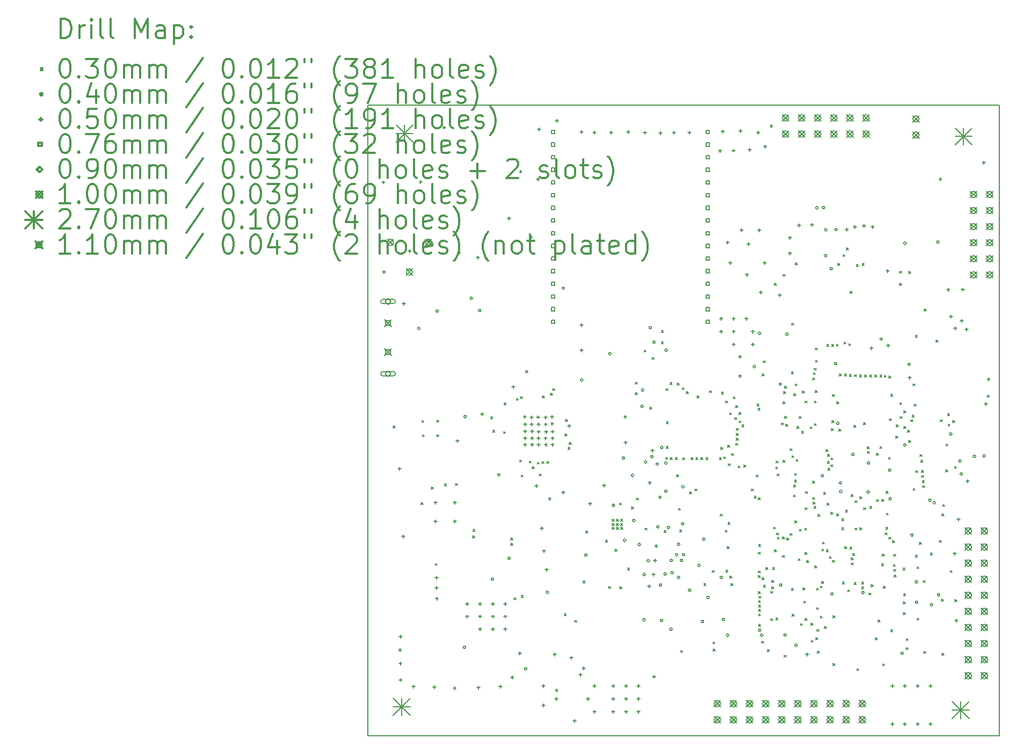
<source format=gbr>
%FSLAX45Y45*%
G04 Gerber Fmt 4.5, Leading zero omitted, Abs format (unit mm)*
G04 Created by KiCad (PCBNEW 6.0.0-unknown-cbea514~86~ubuntu18.04.1) date 2019-06-12 12:51:27*
%MOMM*%
%LPD*%
G04 APERTURE LIST*
%ADD10C,0.150000*%
%ADD11C,0.200000*%
%ADD12C,0.300000*%
G04 APERTURE END LIST*
D10*
X5127244Y-11481054D02*
X5127244Y-1524000D01*
X15087600Y-11481054D02*
X5127244Y-11481054D01*
X15087600Y-1524000D02*
X15087600Y-11480800D01*
X5127244Y-1524000D02*
X15087600Y-1524000D01*
D11*
X5529058Y-6593826D02*
X5559058Y-6623826D01*
X5559058Y-6593826D02*
X5529058Y-6623826D01*
X5969748Y-7805406D02*
X5999748Y-7835406D01*
X5999748Y-7805406D02*
X5969748Y-7835406D01*
X5984480Y-6504926D02*
X6014480Y-6534926D01*
X6014480Y-6504926D02*
X5984480Y-6534926D01*
X5992608Y-6733780D02*
X6022608Y-6763780D01*
X6022608Y-6733780D02*
X5992608Y-6763780D01*
X6132562Y-7556740D02*
X6162562Y-7586740D01*
X6162562Y-7556740D02*
X6132562Y-7586740D01*
X6195300Y-8764764D02*
X6225300Y-8794764D01*
X6225300Y-8764764D02*
X6195300Y-8794764D01*
X6214096Y-6504164D02*
X6244096Y-6534164D01*
X6244096Y-6504164D02*
X6214096Y-6534164D01*
X6214604Y-6733780D02*
X6244604Y-6763780D01*
X6244604Y-6733780D02*
X6214604Y-6763780D01*
X6339318Y-7507210D02*
X6369318Y-7537210D01*
X6369318Y-7507210D02*
X6339318Y-7537210D01*
X6513816Y-7502384D02*
X6543816Y-7532384D01*
X6543816Y-7502384D02*
X6513816Y-7532384D01*
X6781786Y-8327122D02*
X6811786Y-8357122D01*
X6811786Y-8327122D02*
X6781786Y-8357122D01*
X6786975Y-8224252D02*
X6816975Y-8254252D01*
X6816975Y-8224252D02*
X6786975Y-8254252D01*
X7066520Y-6446760D02*
X7096520Y-6476760D01*
X7096520Y-6446760D02*
X7066520Y-6476760D01*
X7101064Y-6659358D02*
X7131064Y-6689358D01*
X7131064Y-6659358D02*
X7101064Y-6689358D01*
X7268450Y-6679424D02*
X7298450Y-6709424D01*
X7298450Y-6679424D02*
X7268450Y-6709424D01*
X7276832Y-6229844D02*
X7306832Y-6259844D01*
X7306832Y-6229844D02*
X7276832Y-6259844D01*
X7381946Y-8362936D02*
X7411946Y-8392936D01*
X7411946Y-8362936D02*
X7381946Y-8392936D01*
X7381946Y-8447010D02*
X7411946Y-8477010D01*
X7411946Y-8447010D02*
X7381946Y-8477010D01*
X7434946Y-9306674D02*
X7464946Y-9336674D01*
X7464946Y-9306674D02*
X7434946Y-9336674D01*
X7472920Y-6157200D02*
X7502920Y-6187200D01*
X7502920Y-6157200D02*
X7472920Y-6187200D01*
X7525691Y-7131737D02*
X7555691Y-7161737D01*
X7555691Y-7131737D02*
X7525691Y-7161737D01*
X7525752Y-2561068D02*
X7555752Y-2591068D01*
X7555752Y-2561068D02*
X7525752Y-2591068D01*
X7538177Y-6131870D02*
X7568177Y-6161870D01*
X7568177Y-6131870D02*
X7538177Y-6161870D01*
X7547979Y-7368909D02*
X7577979Y-7398909D01*
X7577979Y-7368909D02*
X7547979Y-7398909D01*
X7548600Y-9266934D02*
X7578600Y-9296934D01*
X7578600Y-9266934D02*
X7548600Y-9296934D01*
X7623155Y-5720695D02*
X7653155Y-5750695D01*
X7653155Y-5720695D02*
X7623155Y-5750695D01*
X7677164Y-7147800D02*
X7707164Y-7177800D01*
X7707164Y-7147800D02*
X7677164Y-7177800D01*
X7723618Y-7236700D02*
X7753618Y-7266700D01*
X7753618Y-7236700D02*
X7723618Y-7266700D01*
X7804019Y-7164631D02*
X7834019Y-7194631D01*
X7834019Y-7164631D02*
X7804019Y-7194631D01*
X7830806Y-7349222D02*
X7860806Y-7379222D01*
X7860806Y-7349222D02*
X7830806Y-7379222D01*
X7873304Y-7154647D02*
X7903304Y-7184647D01*
X7903304Y-7154647D02*
X7873304Y-7184647D01*
X7885924Y-6118846D02*
X7915924Y-6148846D01*
X7915924Y-6118846D02*
X7885924Y-6148846D01*
X7953383Y-7156944D02*
X7983383Y-7186944D01*
X7983383Y-7156944D02*
X7953383Y-7186944D01*
X8012959Y-6077228D02*
X8042959Y-6107228D01*
X8042959Y-6077228D02*
X8012959Y-6107228D01*
X8042743Y-6002979D02*
X8072743Y-6032979D01*
X8072743Y-6002979D02*
X8042743Y-6032979D01*
X8227300Y-9555720D02*
X8257300Y-9585720D01*
X8257300Y-9555720D02*
X8227300Y-9585720D01*
X8239753Y-6718998D02*
X8269753Y-6748998D01*
X8269753Y-6718998D02*
X8239753Y-6748998D01*
X8248382Y-6488596D02*
X8278382Y-6518596D01*
X8278382Y-6488596D02*
X8248382Y-6518596D01*
X8286199Y-6933011D02*
X8316199Y-6963011D01*
X8316199Y-6933011D02*
X8286199Y-6963011D01*
X8305786Y-6855446D02*
X8335786Y-6885446D01*
X8335786Y-6855446D02*
X8305786Y-6885446D01*
X8392400Y-9662400D02*
X8422400Y-9692400D01*
X8422400Y-9662400D02*
X8392400Y-9692400D01*
X8524480Y-9037560D02*
X8554480Y-9067560D01*
X8554480Y-9037560D02*
X8524480Y-9067560D01*
X8566644Y-8253716D02*
X8596644Y-8283716D01*
X8596644Y-8253716D02*
X8566644Y-8283716D01*
X8877286Y-8394432D02*
X8907286Y-8424432D01*
X8907286Y-8394432D02*
X8877286Y-8424432D01*
X8924276Y-9129508D02*
X8954276Y-9159508D01*
X8954276Y-9129508D02*
X8924276Y-9159508D01*
X8983712Y-8064994D02*
X9013712Y-8094994D01*
X9013712Y-8064994D02*
X8983712Y-8094994D01*
X8984728Y-8132304D02*
X9014728Y-8162304D01*
X9014728Y-8132304D02*
X8984728Y-8162304D01*
X8985744Y-8190724D02*
X9015744Y-8220724D01*
X9015744Y-8190724D02*
X8985744Y-8220724D01*
X9027400Y-8538450D02*
X9057400Y-8568450D01*
X9057400Y-8538450D02*
X9027400Y-8568450D01*
X9050514Y-8131034D02*
X9080514Y-8161034D01*
X9080514Y-8131034D02*
X9050514Y-8161034D01*
X9052800Y-8067534D02*
X9082800Y-8097534D01*
X9082800Y-8067534D02*
X9052800Y-8097534D01*
X9054070Y-8193264D02*
X9084070Y-8223264D01*
X9084070Y-8193264D02*
X9054070Y-8223264D01*
X9098520Y-7808200D02*
X9128520Y-7838200D01*
X9128520Y-7808200D02*
X9098520Y-7838200D01*
X9102330Y-9133064D02*
X9132330Y-9163064D01*
X9132330Y-9133064D02*
X9102330Y-9163064D01*
X9115030Y-8065248D02*
X9145030Y-8095248D01*
X9145030Y-8065248D02*
X9115030Y-8095248D01*
X9115030Y-8133574D02*
X9145030Y-8163574D01*
X9145030Y-8133574D02*
X9115030Y-8163574D01*
X9117570Y-8191994D02*
X9147570Y-8221994D01*
X9147570Y-8191994D02*
X9117570Y-8221994D01*
X9225520Y-8834360D02*
X9255520Y-8864360D01*
X9255520Y-8834360D02*
X9225520Y-8864360D01*
X9289020Y-7869160D02*
X9319020Y-7899160D01*
X9319020Y-7869160D02*
X9289020Y-7899160D01*
X9349980Y-6066522D02*
X9379980Y-6096522D01*
X9379980Y-6066522D02*
X9349980Y-6096522D01*
X9350488Y-5900574D02*
X9380488Y-5930574D01*
X9380488Y-5900574D02*
X9350488Y-5930574D01*
X9365728Y-7731492D02*
X9395728Y-7761492D01*
X9395728Y-7731492D02*
X9365728Y-7761492D01*
X9489172Y-5393676D02*
X9519172Y-5423676D01*
X9519172Y-5393676D02*
X9489172Y-5423676D01*
X9500602Y-8204948D02*
X9530602Y-8234948D01*
X9530602Y-8204948D02*
X9500602Y-8234948D01*
X9610838Y-5511024D02*
X9640838Y-5541024D01*
X9640838Y-5511024D02*
X9610838Y-5541024D01*
X9758666Y-5263628D02*
X9788666Y-5293628D01*
X9788666Y-5263628D02*
X9758666Y-5293628D01*
X9759682Y-5087606D02*
X9789682Y-5117606D01*
X9789682Y-5087606D02*
X9759682Y-5117606D01*
X9801760Y-8244318D02*
X9831760Y-8274318D01*
X9831760Y-8244318D02*
X9801760Y-8274318D01*
X9825092Y-7089367D02*
X9855092Y-7119367D01*
X9855092Y-7089367D02*
X9825092Y-7119367D01*
X9832826Y-6004292D02*
X9862826Y-6034292D01*
X9862826Y-6004292D02*
X9832826Y-6034292D01*
X9834866Y-6913612D02*
X9864866Y-6943612D01*
X9864866Y-6913612D02*
X9834866Y-6943612D01*
X9835120Y-6524484D02*
X9865120Y-6554484D01*
X9865120Y-6524484D02*
X9835120Y-6554484D01*
X9895826Y-5905574D02*
X9925826Y-5935574D01*
X9925826Y-5905574D02*
X9895826Y-5935574D01*
X9900907Y-7090228D02*
X9930907Y-7120228D01*
X9930907Y-7090228D02*
X9900907Y-7120228D01*
X9979404Y-7093772D02*
X10009404Y-7123772D01*
X10009404Y-7093772D02*
X9979404Y-7123772D01*
X9998442Y-7361922D02*
X10028442Y-7391922D01*
X10028442Y-7361922D02*
X9998442Y-7391922D01*
X10009627Y-5913859D02*
X10039627Y-5943859D01*
X10039627Y-5913859D02*
X10009627Y-5943859D01*
X10029684Y-7892274D02*
X10059684Y-7922274D01*
X10059684Y-7892274D02*
X10029684Y-7922274D01*
X10047210Y-8233142D02*
X10077210Y-8263142D01*
X10077210Y-8233142D02*
X10047210Y-8263142D01*
X10064228Y-10136110D02*
X10094228Y-10166110D01*
X10094228Y-10136110D02*
X10064228Y-10166110D01*
X10089616Y-5986778D02*
X10119616Y-6016778D01*
X10119616Y-5986778D02*
X10089616Y-6016778D01*
X10093949Y-7094520D02*
X10123949Y-7124520D01*
X10123949Y-7094520D02*
X10093949Y-7124520D01*
X10151465Y-6048627D02*
X10181465Y-6078627D01*
X10181465Y-6048627D02*
X10151465Y-6078627D01*
X10205198Y-7635734D02*
X10235198Y-7665734D01*
X10235198Y-7635734D02*
X10205198Y-7665734D01*
X10229949Y-7090650D02*
X10259949Y-7120650D01*
X10259949Y-7090650D02*
X10229949Y-7120650D01*
X10289901Y-7586845D02*
X10319901Y-7616845D01*
X10319901Y-7586845D02*
X10289901Y-7616845D01*
X10299950Y-7090650D02*
X10329950Y-7120650D01*
X10329950Y-7090650D02*
X10299950Y-7120650D01*
X10319880Y-6117068D02*
X10349880Y-6147068D01*
X10349880Y-6117068D02*
X10319880Y-6147068D01*
X10379950Y-7090650D02*
X10409950Y-7120650D01*
X10409950Y-7090650D02*
X10379950Y-7120650D01*
X10426940Y-9083534D02*
X10456940Y-9113534D01*
X10456940Y-9083534D02*
X10426940Y-9113534D01*
X10461249Y-7090650D02*
X10491249Y-7120650D01*
X10491249Y-7090650D02*
X10461249Y-7120650D01*
X10517110Y-6036550D02*
X10547110Y-6066550D01*
X10547110Y-6036550D02*
X10517110Y-6066550D01*
X10560036Y-8874746D02*
X10590036Y-8904746D01*
X10590036Y-8874746D02*
X10560036Y-8904746D01*
X10572736Y-10001744D02*
X10602736Y-10031744D01*
X10602736Y-10001744D02*
X10572736Y-10031744D01*
X10574514Y-10114774D02*
X10604514Y-10144774D01*
X10604514Y-10114774D02*
X10574514Y-10144774D01*
X10671741Y-7090650D02*
X10701741Y-7120650D01*
X10701741Y-7090650D02*
X10671741Y-7120650D01*
X10688046Y-7984990D02*
X10718046Y-8014990D01*
X10718046Y-7984990D02*
X10688046Y-8014990D01*
X10695105Y-6932000D02*
X10725105Y-6962000D01*
X10725105Y-6932000D02*
X10695105Y-6962000D01*
X10706848Y-6060172D02*
X10736848Y-6090172D01*
X10736848Y-6060172D02*
X10706848Y-6090172D01*
X10740884Y-7079728D02*
X10770884Y-7109728D01*
X10770884Y-7079728D02*
X10740884Y-7109728D01*
X10767808Y-8239492D02*
X10797808Y-8269492D01*
X10797808Y-8239492D02*
X10767808Y-8269492D01*
X10769840Y-6197840D02*
X10799840Y-6227840D01*
X10799840Y-6197840D02*
X10769840Y-6227840D01*
X10775936Y-8871003D02*
X10805936Y-8901003D01*
X10805936Y-8871003D02*
X10775936Y-8901003D01*
X10794784Y-8495472D02*
X10824784Y-8525472D01*
X10824784Y-8495472D02*
X10794784Y-8525472D01*
X10804130Y-6896340D02*
X10834130Y-6926340D01*
X10834130Y-6896340D02*
X10804130Y-6926340D01*
X10809366Y-8114876D02*
X10839366Y-8144876D01*
X10839366Y-8114876D02*
X10809366Y-8144876D01*
X10811750Y-7189710D02*
X10841750Y-7219710D01*
X10841750Y-7189710D02*
X10811750Y-7219710D01*
X10835000Y-6383440D02*
X10865000Y-6413440D01*
X10865000Y-6383440D02*
X10835000Y-6413440D01*
X10837404Y-8962884D02*
X10867404Y-8992884D01*
X10867404Y-8962884D02*
X10837404Y-8992884D01*
X10856200Y-9083534D02*
X10886200Y-9113534D01*
X10886200Y-9083534D02*
X10856200Y-9113534D01*
X10862550Y-7030198D02*
X10892550Y-7060198D01*
X10892550Y-7030198D02*
X10862550Y-7060198D01*
X10891760Y-6131800D02*
X10921760Y-6161800D01*
X10921760Y-6131800D02*
X10891760Y-6161800D01*
X10916381Y-6462083D02*
X10946381Y-6492083D01*
X10946381Y-6462083D02*
X10916381Y-6492083D01*
X10929426Y-6868320D02*
X10959426Y-6898320D01*
X10959426Y-6868320D02*
X10929426Y-6898320D01*
X10931154Y-6269594D02*
X10961154Y-6299594D01*
X10961154Y-6269594D02*
X10931154Y-6299594D01*
X10938713Y-6708866D02*
X10968713Y-6738866D01*
X10968713Y-6708866D02*
X10938713Y-6738866D01*
X10938759Y-6788866D02*
X10968759Y-6818866D01*
X10968759Y-6788866D02*
X10938759Y-6818866D01*
X10938877Y-6628866D02*
X10968877Y-6658866D01*
X10968877Y-6628866D02*
X10938877Y-6658866D01*
X10969998Y-7222092D02*
X10999998Y-7252092D01*
X10999998Y-7222092D02*
X10969998Y-7252092D01*
X10983200Y-6378688D02*
X11013200Y-6408688D01*
X11013200Y-6378688D02*
X10983200Y-6408688D01*
X10986321Y-6512886D02*
X11016321Y-6542886D01*
X11016321Y-6512886D02*
X10986321Y-6542886D01*
X11027904Y-6575866D02*
X11057904Y-6605866D01*
X11057904Y-6575866D02*
X11027904Y-6605866D01*
X11060670Y-7212062D02*
X11090670Y-7242062D01*
X11090670Y-7212062D02*
X11060670Y-7242062D01*
X11176748Y-7585442D02*
X11206748Y-7615442D01*
X11206748Y-7585442D02*
X11176748Y-7615442D01*
X11224870Y-7701382D02*
X11254870Y-7731382D01*
X11254870Y-7701382D02*
X11224870Y-7731382D01*
X11251285Y-7367903D02*
X11281285Y-7397903D01*
X11281285Y-7367903D02*
X11251285Y-7397903D01*
X11267680Y-6245399D02*
X11297680Y-6275399D01*
X11297680Y-6245399D02*
X11267680Y-6275399D01*
X11284935Y-6313239D02*
X11314935Y-6343239D01*
X11314935Y-6313239D02*
X11284935Y-6343239D01*
X11286000Y-8586710D02*
X11316000Y-8616710D01*
X11316000Y-8586710D02*
X11286000Y-8616710D01*
X11286000Y-8881772D02*
X11316000Y-8911772D01*
X11316000Y-8881772D02*
X11286000Y-8911772D01*
X11286000Y-8954502D02*
X11316000Y-8984502D01*
X11316000Y-8954502D02*
X11286000Y-8984502D01*
X11286000Y-9207740D02*
X11316000Y-9237740D01*
X11316000Y-9207740D02*
X11286000Y-9237740D01*
X11289246Y-7728871D02*
X11319246Y-7758871D01*
X11319246Y-7728871D02*
X11289246Y-7758871D01*
X11290000Y-9560038D02*
X11320000Y-9590038D01*
X11320000Y-9560038D02*
X11290000Y-9590038D01*
X11290540Y-9725900D02*
X11320540Y-9755900D01*
X11320540Y-9725900D02*
X11290540Y-9755900D01*
X11291555Y-9420055D02*
X11321555Y-9450055D01*
X11321555Y-9420055D02*
X11291555Y-9450055D01*
X11291556Y-8463012D02*
X11321556Y-8493012D01*
X11321556Y-8463012D02*
X11291556Y-8493012D01*
X11291570Y-9490055D02*
X11321570Y-9520055D01*
X11321570Y-9490055D02*
X11291570Y-9520055D01*
X11293140Y-9350073D02*
X11323140Y-9380073D01*
X11323140Y-9350073D02*
X11293140Y-9380073D01*
X11296914Y-9280175D02*
X11326914Y-9310175D01*
X11326914Y-9280175D02*
X11296914Y-9310175D01*
X11336514Y-9992600D02*
X11366514Y-10022600D01*
X11366514Y-9992600D02*
X11336514Y-10022600D01*
X11346166Y-5773406D02*
X11376166Y-5803406D01*
X11376166Y-5773406D02*
X11346166Y-5803406D01*
X11346359Y-8989954D02*
X11376359Y-9019954D01*
X11376359Y-8989954D02*
X11346359Y-9019954D01*
X11361568Y-5563856D02*
X11391568Y-5593856D01*
X11391568Y-5563856D02*
X11361568Y-5593856D01*
X11365978Y-9105632D02*
X11395978Y-9135632D01*
X11395978Y-9105632D02*
X11365978Y-9135632D01*
X11407634Y-8828772D02*
X11437634Y-8858772D01*
X11437634Y-8828772D02*
X11407634Y-8858772D01*
X11429986Y-10121124D02*
X11459986Y-10151124D01*
X11459986Y-10121124D02*
X11429986Y-10151124D01*
X11476214Y-1843518D02*
X11506214Y-1873518D01*
X11506214Y-1843518D02*
X11476214Y-1873518D01*
X11481905Y-9202567D02*
X11511905Y-9232567D01*
X11511905Y-9202567D02*
X11481905Y-9232567D01*
X11483580Y-9637000D02*
X11513580Y-9667000D01*
X11513580Y-9637000D02*
X11483580Y-9667000D01*
X11496769Y-9134163D02*
X11526769Y-9164163D01*
X11526769Y-9134163D02*
X11496769Y-9164163D01*
X11497636Y-9032226D02*
X11527636Y-9062226D01*
X11527636Y-9032226D02*
X11497636Y-9062226D01*
X11512536Y-8826486D02*
X11542536Y-8856486D01*
X11542536Y-8826486D02*
X11512536Y-8856486D01*
X11529046Y-8190216D02*
X11559046Y-8220216D01*
X11559046Y-8190216D02*
X11529046Y-8220216D01*
X11540730Y-8547870D02*
X11570730Y-8577870D01*
X11570730Y-8547870D02*
X11540730Y-8577870D01*
X11541238Y-4340592D02*
X11571238Y-4370592D01*
X11571238Y-4340592D02*
X11541238Y-4370592D01*
X11562066Y-7241272D02*
X11592066Y-7271272D01*
X11592066Y-7241272D02*
X11562066Y-7271272D01*
X11562320Y-9624300D02*
X11592320Y-9654300D01*
X11592320Y-9624300D02*
X11562320Y-9654300D01*
X11566828Y-7147292D02*
X11596828Y-7177292D01*
X11596828Y-7147292D02*
X11566828Y-7177292D01*
X11575437Y-8280505D02*
X11605437Y-8310505D01*
X11605437Y-8280505D02*
X11575437Y-8310505D01*
X11585688Y-7348714D02*
X11615688Y-7378714D01*
X11615688Y-7348714D02*
X11585688Y-7378714D01*
X11589328Y-8349113D02*
X11619328Y-8379113D01*
X11619328Y-8349113D02*
X11589328Y-8379113D01*
X11652327Y-6547572D02*
X11682327Y-6577572D01*
X11682327Y-6547572D02*
X11652327Y-6577572D01*
X11666308Y-8345824D02*
X11696308Y-8375824D01*
X11696308Y-8345824D02*
X11666308Y-8375824D01*
X11667222Y-8635224D02*
X11697222Y-8665224D01*
X11697222Y-8635224D02*
X11667222Y-8665224D01*
X11676112Y-6209270D02*
X11706112Y-6239270D01*
X11706112Y-6209270D02*
X11676112Y-6239270D01*
X11676366Y-4202416D02*
X11706366Y-4232416D01*
X11706366Y-4202416D02*
X11676366Y-4232416D01*
X11677328Y-7136424D02*
X11707328Y-7166424D01*
X11707328Y-7136424D02*
X11677328Y-7166424D01*
X11685377Y-6052431D02*
X11715377Y-6082431D01*
X11715377Y-6052431D02*
X11685377Y-6082431D01*
X11692368Y-10213326D02*
X11722368Y-10243326D01*
X11722368Y-10213326D02*
X11692368Y-10243326D01*
X11700750Y-5966700D02*
X11730750Y-5996700D01*
X11730750Y-5966700D02*
X11700750Y-5996700D01*
X11702020Y-6441680D02*
X11732020Y-6471680D01*
X11732020Y-6441680D02*
X11702020Y-6471680D01*
X11718925Y-6569129D02*
X11748925Y-6599129D01*
X11748925Y-6569129D02*
X11718925Y-6599129D01*
X11734821Y-8360177D02*
X11764821Y-8390177D01*
X11764821Y-8360177D02*
X11734821Y-8390177D01*
X11785191Y-6950836D02*
X11815191Y-6980836D01*
X11815191Y-6950836D02*
X11785191Y-6980836D01*
X11789080Y-8290343D02*
X11819080Y-8320343D01*
X11819080Y-8290343D02*
X11789080Y-8320343D01*
X11806160Y-9159480D02*
X11836160Y-9189480D01*
X11836160Y-9159480D02*
X11806160Y-9189480D01*
X11806922Y-5737338D02*
X11836922Y-5767338D01*
X11836922Y-5737338D02*
X11806922Y-5767338D01*
X11812755Y-4970181D02*
X11842755Y-5000181D01*
X11842755Y-4970181D02*
X11812755Y-5000181D01*
X11816034Y-7062996D02*
X11846034Y-7092996D01*
X11846034Y-7062996D02*
X11816034Y-7092996D01*
X11820899Y-9565369D02*
X11850899Y-9595369D01*
X11850899Y-9565369D02*
X11820899Y-9595369D01*
X11841974Y-7522704D02*
X11871974Y-7552704D01*
X11871974Y-7522704D02*
X11841974Y-7552704D01*
X11842639Y-7678757D02*
X11872639Y-7708757D01*
X11872639Y-7678757D02*
X11842639Y-7708757D01*
X11848070Y-6083540D02*
X11878070Y-6113540D01*
X11878070Y-6083540D02*
X11848070Y-6113540D01*
X11860000Y-7342110D02*
X11890000Y-7372110D01*
X11890000Y-7342110D02*
X11860000Y-7372110D01*
X11860000Y-7449298D02*
X11890000Y-7479298D01*
X11890000Y-7449298D02*
X11860000Y-7479298D01*
X11860751Y-8092765D02*
X11890751Y-8122765D01*
X11890751Y-8092765D02*
X11860751Y-8122765D01*
X11865850Y-5928600D02*
X11895850Y-5958600D01*
X11895850Y-5928600D02*
X11865850Y-5958600D01*
X11872454Y-4020044D02*
X11902454Y-4050044D01*
X11902454Y-4020044D02*
X11872454Y-4050044D01*
X11884478Y-7122146D02*
X11914478Y-7152146D01*
X11914478Y-7122146D02*
X11884478Y-7152146D01*
X11897715Y-6600799D02*
X11927715Y-6630799D01*
X11927715Y-6600799D02*
X11897715Y-6630799D01*
X11918843Y-8689419D02*
X11948843Y-8719419D01*
X11948843Y-8689419D02*
X11918843Y-8719419D01*
X11930112Y-6445744D02*
X11960112Y-6475744D01*
X11960112Y-6445744D02*
X11930112Y-6475744D01*
X11935126Y-8222696D02*
X11965126Y-8252696D01*
X11965126Y-8222696D02*
X11935126Y-8252696D01*
X11950736Y-9712158D02*
X11980736Y-9742158D01*
X11980736Y-9712158D02*
X11950736Y-9742158D01*
X11970762Y-6677660D02*
X12000762Y-6707660D01*
X12000762Y-6677660D02*
X11970762Y-6707660D01*
X11983800Y-6043063D02*
X12013800Y-6073063D01*
X12013800Y-6043063D02*
X11983800Y-6073063D01*
X11989040Y-9149320D02*
X12019040Y-9179320D01*
X12019040Y-9149320D02*
X11989040Y-9179320D01*
X12004534Y-9358616D02*
X12034534Y-9388616D01*
X12034534Y-9358616D02*
X12004534Y-9388616D01*
X12018452Y-8206755D02*
X12048452Y-8236755D01*
X12048452Y-8206755D02*
X12018452Y-8236755D01*
X12022770Y-8590352D02*
X12052770Y-8620352D01*
X12052770Y-8590352D02*
X12022770Y-8620352D01*
X12024346Y-7883130D02*
X12054346Y-7913130D01*
X12054346Y-7883130D02*
X12024346Y-7913130D01*
X12024696Y-9630554D02*
X12054696Y-9660554D01*
X12054696Y-9630554D02*
X12024696Y-9660554D01*
X12025362Y-6200380D02*
X12055362Y-6230380D01*
X12055362Y-6200380D02*
X12025362Y-6230380D01*
X12032052Y-7629892D02*
X12062052Y-7659892D01*
X12062052Y-7629892D02*
X12032052Y-7659892D01*
X12050153Y-8716504D02*
X12080153Y-8746504D01*
X12080153Y-8716504D02*
X12050153Y-8746504D01*
X12104356Y-6606272D02*
X12134356Y-6636272D01*
X12134356Y-6606272D02*
X12104356Y-6636272D01*
X12115786Y-9708882D02*
X12145786Y-9738882D01*
X12145786Y-9708882D02*
X12115786Y-9738882D01*
X12119596Y-9975836D02*
X12149596Y-10005836D01*
X12149596Y-9975836D02*
X12119596Y-10005836D01*
X12140678Y-5834366D02*
X12170678Y-5864366D01*
X12170678Y-5834366D02*
X12140678Y-5864366D01*
X12141440Y-7723618D02*
X12171440Y-7753618D01*
X12171440Y-7723618D02*
X12141440Y-7753618D01*
X12141980Y-7464506D02*
X12171980Y-7494506D01*
X12171980Y-7464506D02*
X12141980Y-7494506D01*
X12150330Y-7793214D02*
X12180330Y-7823214D01*
X12180330Y-7793214D02*
X12150330Y-7823214D01*
X12154070Y-5751145D02*
X12184070Y-5781145D01*
X12184070Y-5751145D02*
X12154070Y-5781145D01*
X12165062Y-7864080D02*
X12195062Y-7894080D01*
X12195062Y-7864080D02*
X12165062Y-7894080D01*
X12168872Y-5682728D02*
X12198872Y-5712728D01*
X12198872Y-5682728D02*
X12168872Y-5712728D01*
X12172936Y-6198348D02*
X12202936Y-6228348D01*
X12202936Y-6198348D02*
X12172936Y-6228348D01*
X12172936Y-6554456D02*
X12202936Y-6584456D01*
X12202936Y-6554456D02*
X12172936Y-6584456D01*
X12176377Y-8800971D02*
X12206377Y-8830971D01*
X12206377Y-8800971D02*
X12176377Y-8830971D01*
X12182842Y-6033248D02*
X12212842Y-6063248D01*
X12212842Y-6033248D02*
X12182842Y-6063248D01*
X12185751Y-5362295D02*
X12215751Y-5392295D01*
X12215751Y-5362295D02*
X12185751Y-5392295D01*
X12188938Y-5556998D02*
X12218938Y-5586998D01*
X12218938Y-5556998D02*
X12188938Y-5586998D01*
X12193482Y-9937228D02*
X12223482Y-9967228D01*
X12223482Y-9937228D02*
X12193482Y-9967228D01*
X12204178Y-9457676D02*
X12234178Y-9487676D01*
X12234178Y-9457676D02*
X12204178Y-9487676D01*
X12204178Y-9457676D02*
X12234178Y-9487676D01*
X12234178Y-9457676D02*
X12204178Y-9487676D01*
X12204432Y-9154654D02*
X12234432Y-9184654D01*
X12234432Y-9154654D02*
X12204432Y-9184654D01*
X12208242Y-9807180D02*
X12238242Y-9837180D01*
X12238242Y-9807180D02*
X12208242Y-9837180D01*
X12218148Y-10146270D02*
X12248148Y-10176270D01*
X12248148Y-10146270D02*
X12218148Y-10176270D01*
X12228054Y-7989556D02*
X12258054Y-8019556D01*
X12258054Y-7989556D02*
X12228054Y-8019556D01*
X12265138Y-9595344D02*
X12295138Y-9625344D01*
X12295138Y-9595344D02*
X12265138Y-9625344D01*
X12265618Y-9120650D02*
X12295618Y-9150650D01*
X12295618Y-9120650D02*
X12265618Y-9150650D01*
X12285805Y-9049550D02*
X12315805Y-9079550D01*
X12315805Y-9049550D02*
X12285805Y-9079550D01*
X12290076Y-8537242D02*
X12320076Y-8567242D01*
X12320076Y-8537242D02*
X12290076Y-8567242D01*
X12298265Y-8427051D02*
X12328265Y-8457051D01*
X12328265Y-8427051D02*
X12298265Y-8457051D01*
X12317612Y-7640138D02*
X12347612Y-7670138D01*
X12347612Y-7640138D02*
X12317612Y-7670138D01*
X12329158Y-9761218D02*
X12359158Y-9791218D01*
X12359158Y-9761218D02*
X12329158Y-9791218D01*
X12354546Y-6965936D02*
X12384546Y-6995936D01*
X12384546Y-6965936D02*
X12354546Y-6995936D01*
X12359307Y-8547594D02*
X12389307Y-8577594D01*
X12389307Y-8547594D02*
X12359307Y-8577594D01*
X12365468Y-5304100D02*
X12395468Y-5334100D01*
X12395468Y-5304100D02*
X12365468Y-5334100D01*
X12372240Y-7811080D02*
X12402240Y-7841080D01*
X12402240Y-7811080D02*
X12372240Y-7841080D01*
X12375667Y-7152699D02*
X12405667Y-7182699D01*
X12405667Y-7152699D02*
X12375667Y-7182699D01*
X12378702Y-7042699D02*
X12408702Y-7072699D01*
X12408702Y-7042699D02*
X12378702Y-7072699D01*
X12384956Y-7262699D02*
X12414956Y-7292699D01*
X12414956Y-7262699D02*
X12384956Y-7292699D01*
X12407632Y-8654274D02*
X12437632Y-8684274D01*
X12437632Y-8654274D02*
X12407632Y-8684274D01*
X12429476Y-7955081D02*
X12459476Y-7985081D01*
X12459476Y-7955081D02*
X12429476Y-7985081D01*
X12432035Y-7207699D02*
X12462035Y-7237699D01*
X12462035Y-7207699D02*
X12432035Y-7237699D01*
X12434300Y-7097699D02*
X12464300Y-7127699D01*
X12464300Y-7097699D02*
X12434300Y-7127699D01*
X12439327Y-6633704D02*
X12469327Y-6663704D01*
X12469327Y-6633704D02*
X12439327Y-6663704D01*
X12443446Y-5304100D02*
X12473446Y-5334100D01*
X12473446Y-5304100D02*
X12443446Y-5334100D01*
X12448018Y-6507466D02*
X12478018Y-6537466D01*
X12478018Y-6507466D02*
X12448018Y-6537466D01*
X12453606Y-6098018D02*
X12483606Y-6128018D01*
X12483606Y-6098018D02*
X12453606Y-6128018D01*
X12454900Y-8711678D02*
X12484900Y-8741678D01*
X12484900Y-8711678D02*
X12454900Y-8741678D01*
X12463258Y-9591280D02*
X12493258Y-9621280D01*
X12493258Y-9591280D02*
X12463258Y-9621280D01*
X12464330Y-10342104D02*
X12494330Y-10372104D01*
X12494330Y-10342104D02*
X12464330Y-10372104D01*
X12518122Y-5301728D02*
X12548122Y-5331728D01*
X12548122Y-5301728D02*
X12518122Y-5331728D01*
X12521424Y-6212318D02*
X12551424Y-6242318D01*
X12551424Y-6212318D02*
X12521424Y-6242318D01*
X12523991Y-7981790D02*
X12553991Y-8011790D01*
X12553991Y-7981790D02*
X12523991Y-8011790D01*
X12539204Y-4025378D02*
X12569204Y-4055378D01*
X12569204Y-4025378D02*
X12539204Y-4055378D01*
X12559327Y-6641324D02*
X12589327Y-6671324D01*
X12589327Y-6641324D02*
X12559327Y-6671324D01*
X12564350Y-5769850D02*
X12594350Y-5799850D01*
X12594350Y-5769850D02*
X12564350Y-5799850D01*
X12602704Y-8057359D02*
X12632704Y-8087359D01*
X12632704Y-8057359D02*
X12602704Y-8087359D01*
X12605256Y-8199360D02*
X12635256Y-8229360D01*
X12635256Y-8199360D02*
X12605256Y-8229360D01*
X12612864Y-9057372D02*
X12642864Y-9087372D01*
X12642864Y-9057372D02*
X12612864Y-9087372D01*
X12619250Y-3885484D02*
X12649250Y-3915484D01*
X12649250Y-3885484D02*
X12619250Y-3915484D01*
X12638518Y-5267946D02*
X12668518Y-5297946D01*
X12668518Y-5267946D02*
X12638518Y-5297946D01*
X12644350Y-5769850D02*
X12674350Y-5799850D01*
X12674350Y-5769850D02*
X12644350Y-5799850D01*
X12652056Y-8497767D02*
X12682056Y-8527767D01*
X12682056Y-8497767D02*
X12652056Y-8527767D01*
X12662394Y-7922500D02*
X12692394Y-7952500D01*
X12692394Y-7922500D02*
X12662394Y-7952500D01*
X12675135Y-3781288D02*
X12705135Y-3811288D01*
X12705135Y-3781288D02*
X12675135Y-3811288D01*
X12697565Y-9177665D02*
X12727565Y-9207665D01*
X12727565Y-9177665D02*
X12697565Y-9207665D01*
X12714210Y-5291568D02*
X12744210Y-5321568D01*
X12744210Y-5291568D02*
X12714210Y-5321568D01*
X12723902Y-5778311D02*
X12753902Y-5808311D01*
X12753902Y-5778311D02*
X12723902Y-5808311D01*
X12731736Y-8504922D02*
X12761736Y-8534922D01*
X12761736Y-8504922D02*
X12731736Y-8534922D01*
X12733600Y-4465560D02*
X12763600Y-4495560D01*
X12763600Y-4465560D02*
X12733600Y-4495560D01*
X12750162Y-8676172D02*
X12780162Y-8706172D01*
X12780162Y-8676172D02*
X12750162Y-8706172D01*
X12752818Y-8756128D02*
X12782818Y-8786128D01*
X12782818Y-8756128D02*
X12752818Y-8786128D01*
X12753619Y-7674381D02*
X12783619Y-7704381D01*
X12783619Y-7674381D02*
X12753619Y-7704381D01*
X12772445Y-8609247D02*
X12802445Y-8639247D01*
X12802445Y-8609247D02*
X12772445Y-8639247D01*
X12796327Y-6583920D02*
X12826327Y-6613920D01*
X12826327Y-6583920D02*
X12796327Y-6613920D01*
X12796704Y-9064738D02*
X12826704Y-9094738D01*
X12826704Y-9064738D02*
X12796704Y-9094738D01*
X12803752Y-5783213D02*
X12833752Y-5813213D01*
X12833752Y-5783213D02*
X12803752Y-5813213D01*
X12812000Y-7772640D02*
X12842000Y-7802640D01*
X12842000Y-7772640D02*
X12812000Y-7802640D01*
X12812000Y-8204918D02*
X12842000Y-8234918D01*
X12842000Y-8204918D02*
X12812000Y-8234918D01*
X12830796Y-4042768D02*
X12860796Y-4072768D01*
X12860796Y-4042768D02*
X12830796Y-4072768D01*
X12841464Y-10423384D02*
X12871464Y-10453384D01*
X12871464Y-10423384D02*
X12841464Y-10453384D01*
X12883502Y-5789534D02*
X12913502Y-5819534D01*
X12913502Y-5789534D02*
X12883502Y-5819534D01*
X12888200Y-7711680D02*
X12918200Y-7741680D01*
X12918200Y-7711680D02*
X12888200Y-7741680D01*
X12888200Y-8199360D02*
X12918200Y-8229360D01*
X12918200Y-8199360D02*
X12888200Y-8229360D01*
X12916704Y-9132556D02*
X12946704Y-9162556D01*
X12946704Y-9132556D02*
X12916704Y-9162556D01*
X12916704Y-9056443D02*
X12946704Y-9086443D01*
X12946704Y-9056443D02*
X12916704Y-9086443D01*
X12926554Y-4025378D02*
X12956554Y-4055378D01*
X12956554Y-4025378D02*
X12926554Y-4055378D01*
X12947890Y-6542518D02*
X12977890Y-6572518D01*
X12977890Y-6542518D02*
X12947890Y-6572518D01*
X12948398Y-7883140D02*
X12978398Y-7913140D01*
X12978398Y-7883140D02*
X12948398Y-7913140D01*
X12963495Y-5788502D02*
X12993495Y-5818502D01*
X12993495Y-5788502D02*
X12963495Y-5818502D01*
X13004900Y-6921232D02*
X13034900Y-6951232D01*
X13034900Y-6921232D02*
X13004900Y-6951232D01*
X13007198Y-6993888D02*
X13037198Y-7023888D01*
X13037198Y-6993888D02*
X13007198Y-7023888D01*
X13032466Y-9227832D02*
X13062466Y-9257832D01*
X13062466Y-9227832D02*
X13032466Y-9257832D01*
X13044594Y-5788071D02*
X13074594Y-5818071D01*
X13074594Y-5788071D02*
X13044594Y-5818071D01*
X13045365Y-7863826D02*
X13075365Y-7893826D01*
X13075365Y-7863826D02*
X13045365Y-7893826D01*
X13064483Y-9097765D02*
X13094483Y-9127765D01*
X13094483Y-9097765D02*
X13064483Y-9127765D01*
X13124581Y-5789487D02*
X13154581Y-5819487D01*
X13154581Y-5789487D02*
X13124581Y-5819487D01*
X13135088Y-9936720D02*
X13165088Y-9966720D01*
X13165088Y-9936720D02*
X13135088Y-9966720D01*
X13151365Y-7022746D02*
X13181365Y-7052746D01*
X13181365Y-7022746D02*
X13151365Y-7052746D01*
X13151365Y-7757332D02*
X13181365Y-7787332D01*
X13181365Y-7757332D02*
X13151365Y-7787332D01*
X13173442Y-9658082D02*
X13203442Y-9688082D01*
X13203442Y-9658082D02*
X13173442Y-9688082D01*
X13203414Y-6916746D02*
X13233414Y-6946746D01*
X13233414Y-6916746D02*
X13203414Y-6946746D01*
X13204574Y-5788395D02*
X13234574Y-5818395D01*
X13234574Y-5788395D02*
X13204574Y-5818395D01*
X13229830Y-8768828D02*
X13259830Y-8798828D01*
X13259830Y-8768828D02*
X13229830Y-8798828D01*
X13234148Y-7753844D02*
X13264148Y-7783844D01*
X13264148Y-7753844D02*
X13234148Y-7783844D01*
X13244327Y-8613839D02*
X13274327Y-8643839D01*
X13274327Y-8613839D02*
X13244327Y-8643839D01*
X13247102Y-10348200D02*
X13277102Y-10378200D01*
X13277102Y-10348200D02*
X13247102Y-10378200D01*
X13259845Y-9124979D02*
X13289845Y-9154979D01*
X13289845Y-9124979D02*
X13259845Y-9154979D01*
X13274541Y-5790558D02*
X13304541Y-5820558D01*
X13304541Y-5790558D02*
X13274541Y-5820558D01*
X13286170Y-8282810D02*
X13316170Y-8312810D01*
X13316170Y-8282810D02*
X13286170Y-8312810D01*
X13296472Y-8190773D02*
X13326472Y-8220773D01*
X13326472Y-8190773D02*
X13296472Y-8220773D01*
X13303989Y-7625836D02*
X13333989Y-7655836D01*
X13333989Y-7625836D02*
X13303989Y-7655836D01*
X13304760Y-7968220D02*
X13334760Y-7998220D01*
X13334760Y-7968220D02*
X13304760Y-7998220D01*
X13340579Y-7088752D02*
X13370579Y-7118752D01*
X13370579Y-7088752D02*
X13340579Y-7118752D01*
X13343148Y-5804451D02*
X13373148Y-5834451D01*
X13373148Y-5804451D02*
X13343148Y-5834451D01*
X13343798Y-8349430D02*
X13373798Y-8379430D01*
X13373798Y-8349430D02*
X13343798Y-8379430D01*
X13352327Y-6477240D02*
X13382327Y-6507240D01*
X13382327Y-6477240D02*
X13352327Y-6507240D01*
X13372578Y-6093446D02*
X13402578Y-6123446D01*
X13402578Y-6093446D02*
X13372578Y-6123446D01*
X13373848Y-9810736D02*
X13403848Y-9840736D01*
X13403848Y-9810736D02*
X13373848Y-9840736D01*
X13405090Y-8404084D02*
X13435090Y-8434084D01*
X13435090Y-8404084D02*
X13405090Y-8434084D01*
X13415250Y-8779496D02*
X13445250Y-8809496D01*
X13445250Y-8779496D02*
X13415250Y-8809496D01*
X13419355Y-8858555D02*
X13449355Y-8888555D01*
X13449355Y-8858555D02*
X13419355Y-8888555D01*
X13421600Y-8621000D02*
X13451600Y-8651000D01*
X13451600Y-8621000D02*
X13421600Y-8651000D01*
X13427982Y-8945305D02*
X13457982Y-8975305D01*
X13457982Y-8945305D02*
X13427982Y-8975305D01*
X13456398Y-6754862D02*
X13486398Y-6784862D01*
X13486398Y-6754862D02*
X13456398Y-6784862D01*
X13461720Y-6573240D02*
X13491720Y-6603240D01*
X13491720Y-6573240D02*
X13461720Y-6603240D01*
X13512786Y-4149076D02*
X13542786Y-4179076D01*
X13542786Y-4149076D02*
X13512786Y-4179076D01*
X13512786Y-4339322D02*
X13542786Y-4369322D01*
X13542786Y-4339322D02*
X13512786Y-4369322D01*
X13518049Y-6225987D02*
X13548049Y-6255987D01*
X13548049Y-6225987D02*
X13518049Y-6255987D01*
X13523962Y-6445236D02*
X13553962Y-6475236D01*
X13553962Y-6445236D02*
X13523962Y-6475236D01*
X13570444Y-8837748D02*
X13600444Y-8867748D01*
X13600444Y-8837748D02*
X13570444Y-8867748D01*
X13572730Y-9536924D02*
X13602730Y-9566924D01*
X13602730Y-9536924D02*
X13572730Y-9566924D01*
X13574762Y-9369284D02*
X13604762Y-9399284D01*
X13604762Y-9369284D02*
X13574762Y-9399284D01*
X13575778Y-9244570D02*
X13605778Y-9274570D01*
X13605778Y-9244570D02*
X13575778Y-9274570D01*
X13579774Y-6354490D02*
X13609774Y-6384490D01*
X13609774Y-6354490D02*
X13579774Y-6384490D01*
X13581759Y-6603109D02*
X13611759Y-6633109D01*
X13611759Y-6603109D02*
X13581759Y-6633109D01*
X13617434Y-10093692D02*
X13647434Y-10123692D01*
X13647434Y-10093692D02*
X13617434Y-10123692D01*
X13621498Y-9950436D02*
X13651498Y-9980436D01*
X13651498Y-9950436D02*
X13621498Y-9980436D01*
X13643310Y-6658248D02*
X13673310Y-6688248D01*
X13673310Y-6658248D02*
X13643310Y-6688248D01*
X13656348Y-6822680D02*
X13686348Y-6852680D01*
X13686348Y-6822680D02*
X13656348Y-6852680D01*
X13656804Y-4152124D02*
X13686804Y-4182124D01*
X13686804Y-4152124D02*
X13656804Y-4182124D01*
X13689789Y-6495078D02*
X13719789Y-6525078D01*
X13719789Y-6495078D02*
X13689789Y-6525078D01*
X13714189Y-6425024D02*
X13744189Y-6455024D01*
X13744189Y-6425024D02*
X13714189Y-6455024D01*
X13725384Y-5927838D02*
X13755384Y-5957838D01*
X13755384Y-5927838D02*
X13725384Y-5957838D01*
X13730464Y-7577872D02*
X13760464Y-7607872D01*
X13760464Y-7577872D02*
X13730464Y-7607872D01*
X13742898Y-6248882D02*
X13772898Y-6278882D01*
X13772898Y-6248882D02*
X13742898Y-6278882D01*
X13762199Y-5159742D02*
X13792199Y-5189742D01*
X13792199Y-5159742D02*
X13762199Y-5189742D01*
X13763706Y-8633791D02*
X13793706Y-8663791D01*
X13793706Y-8633791D02*
X13763706Y-8663791D01*
X13767548Y-7299692D02*
X13797548Y-7329692D01*
X13797548Y-7299692D02*
X13767548Y-7329692D01*
X13787868Y-9627856D02*
X13817868Y-9657856D01*
X13817868Y-9627856D02*
X13787868Y-9657856D01*
X13788892Y-8814540D02*
X13818892Y-8844540D01*
X13818892Y-8814540D02*
X13788892Y-8844540D01*
X13826571Y-8429389D02*
X13856571Y-8459389D01*
X13856571Y-8429389D02*
X13826571Y-8459389D01*
X13834350Y-7046200D02*
X13864350Y-7076200D01*
X13864350Y-7046200D02*
X13834350Y-7076200D01*
X13847050Y-7135100D02*
X13877050Y-7165100D01*
X13877050Y-7135100D02*
X13847050Y-7165100D01*
X13860848Y-7294503D02*
X13890848Y-7324503D01*
X13890848Y-7294503D02*
X13860848Y-7324503D01*
X13862685Y-7374690D02*
X13892685Y-7404690D01*
X13892685Y-7374690D02*
X13862685Y-7404690D01*
X13872634Y-7454069D02*
X13902634Y-7484069D01*
X13902634Y-7454069D02*
X13872634Y-7484069D01*
X13878800Y-7535150D02*
X13908800Y-7565150D01*
X13908800Y-7535150D02*
X13878800Y-7565150D01*
X13886674Y-9036798D02*
X13916674Y-9066798D01*
X13916674Y-9036798D02*
X13886674Y-9066798D01*
X13897088Y-10152112D02*
X13927088Y-10182112D01*
X13927088Y-10152112D02*
X13897088Y-10182112D01*
X13904200Y-4744960D02*
X13934200Y-4774960D01*
X13934200Y-4744960D02*
X13904200Y-4774960D01*
X13999958Y-8599410D02*
X14029958Y-8629410D01*
X14029958Y-8599410D02*
X13999958Y-8629410D01*
X14090128Y-5238228D02*
X14120128Y-5268228D01*
X14120128Y-5238228D02*
X14090128Y-5268228D01*
X14139150Y-8398496D02*
X14169150Y-8428496D01*
X14169150Y-8398496D02*
X14139150Y-8428496D01*
X14157680Y-6494246D02*
X14187680Y-6524246D01*
X14187680Y-6494246D02*
X14157680Y-6524246D01*
X14173694Y-9329152D02*
X14203694Y-9359152D01*
X14203694Y-9329152D02*
X14173694Y-9359152D01*
X14181822Y-10180052D02*
X14211822Y-10210052D01*
X14211822Y-10180052D02*
X14181822Y-10210052D01*
X14185124Y-7978634D02*
X14215124Y-8008634D01*
X14215124Y-7978634D02*
X14185124Y-8008634D01*
X14195030Y-7831568D02*
X14225030Y-7861568D01*
X14225030Y-7831568D02*
X14195030Y-7861568D01*
X14244306Y-7286738D02*
X14274306Y-7316738D01*
X14274306Y-7286738D02*
X14244306Y-7316738D01*
X14247862Y-6875512D02*
X14277862Y-6905512D01*
X14277862Y-6875512D02*
X14247862Y-6905512D01*
X14271132Y-6399946D02*
X14301132Y-6429946D01*
X14301132Y-6399946D02*
X14271132Y-6429946D01*
X14281390Y-6561314D02*
X14311390Y-6591314D01*
X14311390Y-6561314D02*
X14281390Y-6591314D01*
X14315680Y-8875000D02*
X14345680Y-8905000D01*
X14345680Y-8875000D02*
X14315680Y-8905000D01*
X14353526Y-6505730D02*
X14383526Y-6535730D01*
X14383526Y-6505730D02*
X14353526Y-6535730D01*
X14381687Y-7232349D02*
X14411687Y-7262349D01*
X14411687Y-7232349D02*
X14381687Y-7262349D01*
X14386800Y-9334666D02*
X14416800Y-9364666D01*
X14416800Y-9334666D02*
X14386800Y-9364666D01*
X5953440Y-5054600D02*
G75*
G03X5953440Y-5054600I-20000J0D01*
G01*
X6243000Y-4780280D02*
G75*
G03X6243000Y-4780280I-20000J0D01*
G01*
X6674292Y-10089388D02*
G75*
G03X6674292Y-10089388I-20000J0D01*
G01*
X6684706Y-6445250D02*
G75*
G03X6684706Y-6445250I-20000J0D01*
G01*
X6781480Y-4577080D02*
G75*
G03X6781480Y-4577080I-20000J0D01*
G01*
X6913560Y-4770120D02*
G75*
G03X6913560Y-4770120I-20000J0D01*
G01*
X7113712Y-9013444D02*
G75*
G03X7113712Y-9013444I-20000J0D01*
G01*
X7377872Y-8682228D02*
G75*
G03X7377872Y-8682228I-20000J0D01*
G01*
X7638984Y-10426954D02*
G75*
G03X7638984Y-10426954I-20000J0D01*
G01*
X7980614Y-9219184D02*
G75*
G03X7980614Y-9219184I-20000J0D01*
G01*
X8522904Y-5866638D02*
G75*
G03X8522904Y-5866638I-20000J0D01*
G01*
X8586404Y-8631682D02*
G75*
G03X8586404Y-8631682I-20000J0D01*
G01*
X8966388Y-5451094D02*
G75*
G03X8966388Y-5451094I-20000J0D01*
G01*
X9023792Y-7847076D02*
G75*
G03X9023792Y-7847076I-20000J0D01*
G01*
X9178986Y-7098030D02*
G75*
G03X9178986Y-7098030I-20000J0D01*
G01*
X9198798Y-8397748D02*
G75*
G03X9198798Y-8397748I-20000J0D01*
G01*
X9323512Y-7374382D02*
G75*
G03X9323512Y-7374382I-20000J0D01*
G01*
X9343578Y-8086646D02*
G75*
G03X9343578Y-8086646I-20000J0D01*
G01*
X9429430Y-8464550D02*
G75*
G03X9429430Y-8464550I-20000J0D01*
G01*
X9473118Y-6282690D02*
G75*
G03X9473118Y-6282690I-20000J0D01*
G01*
X9481500Y-6025134D02*
G75*
G03X9481500Y-6025134I-20000J0D01*
G01*
X9505884Y-9652762D02*
G75*
G03X9505884Y-9652762I-20000J0D01*
G01*
X9507408Y-8939276D02*
G75*
G03X9507408Y-8939276I-20000J0D01*
G01*
X9528744Y-7161784D02*
G75*
G03X9528744Y-7161784I-20000J0D01*
G01*
X9571100Y-8719504D02*
G75*
G03X9571100Y-8719504I-20000J0D01*
G01*
X9602150Y-5040630D02*
G75*
G03X9602150Y-5040630I-20000J0D01*
G01*
X9627804Y-7078980D02*
G75*
G03X9627804Y-7078980I-20000J0D01*
G01*
X9663110Y-5272024D02*
G75*
G03X9663110Y-5272024I-20000J0D01*
G01*
X9723760Y-8184896D02*
G75*
G03X9723760Y-8184896I-20000J0D01*
G01*
X9764202Y-9103534D02*
G75*
G03X9764202Y-9103534I-20000J0D01*
G01*
X9781474Y-9662414D02*
G75*
G03X9781474Y-9662414I-20000J0D01*
G01*
X9784239Y-6932215D02*
G75*
G03X9784239Y-6932215I-20000J0D01*
G01*
X9838878Y-8930132D02*
G75*
G03X9838878Y-8930132I-20000J0D01*
G01*
X9847514Y-7623302D02*
G75*
G03X9847514Y-7623302I-20000J0D01*
G01*
X9849038Y-7178548D02*
G75*
G03X9849038Y-7178548I-20000J0D01*
G01*
X9852340Y-5397246D02*
G75*
G03X9852340Y-5397246I-20000J0D01*
G01*
X9889424Y-8196072D02*
G75*
G03X9889424Y-8196072I-20000J0D01*
G01*
X9929556Y-9800900D02*
G75*
G03X9929556Y-9800900I-20000J0D01*
G01*
X9934382Y-8714232D02*
G75*
G03X9934382Y-8714232I-20000J0D01*
G01*
X9946828Y-8909360D02*
G75*
G03X9946828Y-8909360I-20000J0D01*
G01*
X10017948Y-8625840D02*
G75*
G03X10017948Y-8625840I-20000J0D01*
G01*
X10048428Y-8983534D02*
G75*
G03X10048428Y-8983534I-20000J0D01*
G01*
X10049190Y-8460486D02*
G75*
G03X10049190Y-8460486I-20000J0D01*
G01*
X10095672Y-8714232D02*
G75*
G03X10095672Y-8714232I-20000J0D01*
G01*
X10114976Y-8136382D02*
G75*
G03X10114976Y-8136382I-20000J0D01*
G01*
X10117516Y-7551928D02*
G75*
G03X10117516Y-7551928I-20000J0D01*
G01*
X10128438Y-8625078D02*
G75*
G03X10128438Y-8625078I-20000J0D01*
G01*
X10224704Y-9186164D02*
G75*
G03X10224704Y-9186164I-20000J0D01*
G01*
X10369738Y-8793480D02*
G75*
G03X10369738Y-8793480I-20000J0D01*
G01*
X10427142Y-9679432D02*
G75*
G03X10427142Y-9679432I-20000J0D01*
G01*
X10446700Y-8379968D02*
G75*
G03X10446700Y-8379968I-20000J0D01*
G01*
X10515026Y-9299702D02*
G75*
G03X10515026Y-9299702I-20000J0D01*
G01*
X10723814Y-8983534D02*
G75*
G03X10723814Y-8983534I-20000J0D01*
G01*
X10757088Y-9648698D02*
G75*
G03X10757088Y-9648698I-20000J0D01*
G01*
X10822874Y-9895840D02*
G75*
G03X10822874Y-9895840I-20000J0D01*
G01*
X11244260Y-5654294D02*
G75*
G03X11244260Y-5654294I-20000J0D01*
G01*
X11324016Y-5129276D02*
G75*
G03X11324016Y-5129276I-20000J0D01*
G01*
X11328336Y-9815848D02*
G75*
G03X11328336Y-9815848I-20000J0D01*
G01*
X11358814Y-9896856D02*
G75*
G03X11358814Y-9896856I-20000J0D01*
G01*
X11661582Y-9104872D02*
G75*
G03X11661582Y-9104872I-20000J0D01*
G01*
X11729790Y-9893436D02*
G75*
G03X11729790Y-9893436I-20000J0D01*
G01*
X11759372Y-5142992D02*
G75*
G03X11759372Y-5142992I-20000J0D01*
G01*
X11902238Y-10054454D02*
G75*
G03X11902238Y-10054454I-20000J0D01*
G01*
X12231812Y-3148838D02*
G75*
G03X12231812Y-3148838I-20000J0D01*
G01*
X12315378Y-7378446D02*
G75*
G03X12315378Y-7378446I-20000J0D01*
G01*
X12333412Y-3144520D02*
G75*
G03X12333412Y-3144520I-20000J0D01*
G01*
X12368210Y-3904996D02*
G75*
G03X12368210Y-3904996I-20000J0D01*
G01*
X12371766Y-3495294D02*
G75*
G03X12371766Y-3495294I-20000J0D01*
G01*
X12457110Y-4111244D02*
G75*
G03X12457110Y-4111244I-20000J0D01*
G01*
X12467999Y-9244043D02*
G75*
G03X12467999Y-9244043I-20000J0D01*
G01*
X12525690Y-5610352D02*
G75*
G03X12525690Y-5610352I-20000J0D01*
G01*
X12532548Y-3493008D02*
G75*
G03X12532548Y-3493008I-20000J0D01*
G01*
X12561504Y-6551676D02*
G75*
G03X12561504Y-6551676I-20000J0D01*
G01*
X12602144Y-7490460D02*
G75*
G03X12602144Y-7490460I-20000J0D01*
G01*
X12606970Y-7627874D02*
G75*
G03X12606970Y-7627874I-20000J0D01*
G01*
X12797470Y-7041642D02*
G75*
G03X12797470Y-7041642I-20000J0D01*
G01*
X12956465Y-9222732D02*
G75*
G03X12956465Y-9222732I-20000J0D01*
G01*
X13038516Y-7633716D02*
G75*
G03X13038516Y-7633716I-20000J0D01*
G01*
X13043088Y-7177786D02*
G75*
G03X13043088Y-7177786I-20000J0D01*
G01*
X13378114Y-7290562D02*
G75*
G03X13378114Y-7290562I-20000J0D01*
G01*
X13385734Y-7742936D02*
G75*
G03X13385734Y-7742936I-20000J0D01*
G01*
X13573948Y-10181082D02*
G75*
G03X13573948Y-10181082I-20000J0D01*
G01*
X13616366Y-6892544D02*
G75*
G03X13616366Y-6892544I-20000J0D01*
G01*
X13618652Y-3707892D02*
G75*
G03X13618652Y-3707892I-20000J0D01*
G01*
X13728715Y-8315117D02*
G75*
G03X13728715Y-8315117I-20000J0D01*
G01*
X13798230Y-9053830D02*
G75*
G03X13798230Y-9053830I-20000J0D01*
G01*
X13804072Y-9376800D02*
G75*
G03X13804072Y-9376800I-20000J0D01*
G01*
X14011336Y-7763871D02*
G75*
G03X14011336Y-7763871I-20000J0D01*
G01*
X14037752Y-9414510D02*
G75*
G03X14037752Y-9414510I-20000J0D01*
G01*
X14081186Y-7806182D02*
G75*
G03X14081186Y-7806182I-20000J0D01*
G01*
X14138082Y-3689350D02*
G75*
G03X14138082Y-3689350I-20000J0D01*
G01*
X14150694Y-9259062D02*
G75*
G03X14150694Y-9259062I-20000J0D01*
G01*
X14340774Y-6719824D02*
G75*
G03X14340774Y-6719824I-20000J0D01*
G01*
X14485300Y-7147600D02*
G75*
G03X14485300Y-7147600I-20000J0D01*
G01*
X14507398Y-7349998D02*
G75*
G03X14507398Y-7349998I-20000J0D01*
G01*
X14712376Y-7072884D02*
G75*
G03X14712376Y-7072884I-20000J0D01*
G01*
X14867062Y-7064502D02*
G75*
G03X14867062Y-7064502I-20000J0D01*
G01*
X5376672Y-2717438D02*
X5376672Y-2767438D01*
X5351672Y-2742438D02*
X5401672Y-2742438D01*
X5382006Y-4136536D02*
X5382006Y-4186536D01*
X5357006Y-4161536D02*
X5407006Y-4161536D01*
X5628386Y-7240670D02*
X5628386Y-7290670D01*
X5603386Y-7265670D02*
X5653386Y-7265670D01*
X5641340Y-10106552D02*
X5641340Y-10156552D01*
X5616340Y-10131552D02*
X5666340Y-10131552D01*
X5642356Y-10314832D02*
X5642356Y-10364832D01*
X5617356Y-10339832D02*
X5667356Y-10339832D01*
X5643118Y-9891160D02*
X5643118Y-9941160D01*
X5618118Y-9916160D02*
X5668118Y-9916160D01*
X5648706Y-10574674D02*
X5648706Y-10624674D01*
X5623706Y-10599674D02*
X5673706Y-10599674D01*
X5689600Y-8306200D02*
X5689600Y-8356200D01*
X5664600Y-8331200D02*
X5714600Y-8331200D01*
X5694680Y-4633360D02*
X5694680Y-4683360D01*
X5669680Y-4658360D02*
X5719680Y-4658360D01*
X5789676Y-3805320D02*
X5789676Y-3855320D01*
X5764676Y-3830320D02*
X5814676Y-3830320D01*
X5850382Y-10678560D02*
X5850382Y-10728560D01*
X5825382Y-10703560D02*
X5875382Y-10703560D01*
X5963920Y-2713374D02*
X5963920Y-2763374D01*
X5938920Y-2738374D02*
X5988920Y-2738374D01*
X6178804Y-10687958D02*
X6178804Y-10737958D01*
X6153804Y-10712958D02*
X6203804Y-10712958D01*
X6200000Y-7775000D02*
X6200000Y-7825000D01*
X6175000Y-7800000D02*
X6225000Y-7800000D01*
X6200000Y-8075000D02*
X6200000Y-8125000D01*
X6175000Y-8100000D02*
X6225000Y-8100000D01*
X6212332Y-8961012D02*
X6212332Y-9011012D01*
X6187332Y-8986012D02*
X6237332Y-8986012D01*
X6216142Y-9124334D02*
X6216142Y-9174334D01*
X6191142Y-9149334D02*
X6241142Y-9149334D01*
X6218174Y-9289688D02*
X6218174Y-9339688D01*
X6193174Y-9314688D02*
X6243174Y-9314688D01*
X6328918Y-1853838D02*
X6328918Y-1903838D01*
X6303918Y-1878838D02*
X6353918Y-1878838D01*
X6497828Y-10701928D02*
X6497828Y-10751928D01*
X6472828Y-10726928D02*
X6522828Y-10726928D01*
X6500000Y-7775000D02*
X6500000Y-7825000D01*
X6475000Y-7800000D02*
X6525000Y-7800000D01*
X6500000Y-8075000D02*
X6500000Y-8125000D01*
X6475000Y-8100000D02*
X6525000Y-8100000D01*
X6547612Y-6804298D02*
X6547612Y-6854298D01*
X6522612Y-6829298D02*
X6572612Y-6829298D01*
X6565900Y-3832244D02*
X6565900Y-3882244D01*
X6540900Y-3857244D02*
X6590900Y-3857244D01*
X6700000Y-9375000D02*
X6700000Y-9425000D01*
X6675000Y-9400000D02*
X6725000Y-9400000D01*
X6700000Y-9575000D02*
X6700000Y-9625000D01*
X6675000Y-9600000D02*
X6725000Y-9600000D01*
X6865620Y-3903364D02*
X6865620Y-3953364D01*
X6840620Y-3928364D02*
X6890620Y-3928364D01*
X6877812Y-10697356D02*
X6877812Y-10747356D01*
X6852812Y-10722356D02*
X6902812Y-10722356D01*
X6900000Y-9375000D02*
X6900000Y-9425000D01*
X6875000Y-9400000D02*
X6925000Y-9400000D01*
X6900000Y-9575000D02*
X6900000Y-9625000D01*
X6875000Y-9600000D02*
X6925000Y-9600000D01*
X6900000Y-9775000D02*
X6900000Y-9825000D01*
X6875000Y-9800000D02*
X6925000Y-9800000D01*
X6935216Y-6379610D02*
X6935216Y-6429610D01*
X6910216Y-6404610D02*
X6960216Y-6404610D01*
X7100000Y-9375000D02*
X7100000Y-9425000D01*
X7075000Y-9400000D02*
X7125000Y-9400000D01*
X7100000Y-9575000D02*
X7100000Y-9625000D01*
X7075000Y-9600000D02*
X7125000Y-9600000D01*
X7100000Y-9775000D02*
X7100000Y-9825000D01*
X7075000Y-9800000D02*
X7125000Y-9800000D01*
X7196328Y-7337952D02*
X7196328Y-7387952D01*
X7171328Y-7362952D02*
X7221328Y-7362952D01*
X7220204Y-10683132D02*
X7220204Y-10733132D01*
X7195204Y-10708132D02*
X7245204Y-10708132D01*
X7300000Y-9375000D02*
X7300000Y-9425000D01*
X7275000Y-9400000D02*
X7325000Y-9400000D01*
X7300000Y-9575000D02*
X7300000Y-9625000D01*
X7275000Y-9600000D02*
X7325000Y-9600000D01*
X7300000Y-9775000D02*
X7300000Y-9825000D01*
X7275000Y-9800000D02*
X7325000Y-9800000D01*
X7354316Y-3286144D02*
X7354316Y-3336144D01*
X7329316Y-3311144D02*
X7379316Y-3311144D01*
X7403846Y-10536066D02*
X7403846Y-10586066D01*
X7378846Y-10561066D02*
X7428846Y-10561066D01*
X7425602Y-5951532D02*
X7425602Y-6001532D01*
X7400602Y-5976532D02*
X7450602Y-5976532D01*
X7524496Y-10153288D02*
X7524496Y-10203288D01*
X7499496Y-10178288D02*
X7549496Y-10178288D01*
X7606538Y-6424314D02*
X7606538Y-6474314D01*
X7581538Y-6449314D02*
X7631538Y-6449314D01*
X7608570Y-6538868D02*
X7608570Y-6588868D01*
X7583570Y-6563868D02*
X7633570Y-6563868D01*
X7611618Y-6651644D02*
X7611618Y-6701644D01*
X7586618Y-6676644D02*
X7636618Y-6676644D01*
X7613650Y-6759848D02*
X7613650Y-6809848D01*
X7588650Y-6784848D02*
X7638650Y-6784848D01*
X7613650Y-6862464D02*
X7613650Y-6912464D01*
X7588650Y-6887464D02*
X7638650Y-6887464D01*
X7701788Y-3588150D02*
X7701788Y-3638150D01*
X7676788Y-3613150D02*
X7726788Y-3613150D01*
X7713218Y-6427362D02*
X7713218Y-6477362D01*
X7688218Y-6452362D02*
X7738218Y-6452362D01*
X7715250Y-6537852D02*
X7715250Y-6587852D01*
X7690250Y-6562852D02*
X7740250Y-6562852D01*
X7719314Y-6653676D02*
X7719314Y-6703676D01*
X7694314Y-6678676D02*
X7744314Y-6678676D01*
X7722108Y-6761626D02*
X7722108Y-6811626D01*
X7697108Y-6786626D02*
X7747108Y-6786626D01*
X7723886Y-6859924D02*
X7723886Y-6909924D01*
X7698886Y-6884924D02*
X7748886Y-6884924D01*
X7791450Y-7515752D02*
X7791450Y-7565752D01*
X7766450Y-7540752D02*
X7816450Y-7540752D01*
X7815580Y-2672480D02*
X7815580Y-2722480D01*
X7790580Y-2697480D02*
X7840580Y-2697480D01*
X7816850Y-6426092D02*
X7816850Y-6476092D01*
X7791850Y-6451092D02*
X7841850Y-6451092D01*
X7819898Y-6539884D02*
X7819898Y-6589884D01*
X7794898Y-6564884D02*
X7844898Y-6564884D01*
X7821930Y-6762388D02*
X7821930Y-6812388D01*
X7796930Y-6787388D02*
X7846930Y-6787388D01*
X7822946Y-6654692D02*
X7822946Y-6704692D01*
X7797946Y-6679692D02*
X7847946Y-6679692D01*
X7826248Y-6860686D02*
X7826248Y-6910686D01*
X7801248Y-6885686D02*
X7851248Y-6885686D01*
X7832090Y-1880254D02*
X7832090Y-1930254D01*
X7807090Y-1905254D02*
X7857090Y-1905254D01*
X7876794Y-8181232D02*
X7876794Y-8231232D01*
X7851794Y-8206232D02*
X7901794Y-8206232D01*
X7900000Y-10675000D02*
X7900000Y-10725000D01*
X7875000Y-10700000D02*
X7925000Y-10700000D01*
X7900000Y-10975000D02*
X7900000Y-11025000D01*
X7875000Y-11000000D02*
X7925000Y-11000000D01*
X7909560Y-8542420D02*
X7909560Y-8592420D01*
X7884560Y-8567420D02*
X7934560Y-8567420D01*
X7930642Y-6426346D02*
X7930642Y-6476346D01*
X7905642Y-6451346D02*
X7955642Y-6451346D01*
X7936230Y-6763404D02*
X7936230Y-6813404D01*
X7911230Y-6788404D02*
X7961230Y-6788404D01*
X7936738Y-6536836D02*
X7936738Y-6586836D01*
X7911738Y-6561836D02*
X7961738Y-6561836D01*
X7936992Y-6859162D02*
X7936992Y-6909162D01*
X7911992Y-6884162D02*
X7961992Y-6884162D01*
X7939786Y-6656724D02*
X7939786Y-6706724D01*
X7914786Y-6681724D02*
X7964786Y-6681724D01*
X7947152Y-8838076D02*
X7947152Y-8888076D01*
X7922152Y-8863076D02*
X7972152Y-8863076D01*
X7996428Y-7720476D02*
X7996428Y-7770476D01*
X7971428Y-7745476D02*
X8021428Y-7745476D01*
X8033258Y-6421266D02*
X8033258Y-6471266D01*
X8008258Y-6446266D02*
X8058258Y-6446266D01*
X8038338Y-6534804D02*
X8038338Y-6584804D01*
X8013338Y-6559804D02*
X8063338Y-6559804D01*
X8040370Y-6654692D02*
X8040370Y-6704692D01*
X8015370Y-6679692D02*
X8065370Y-6679692D01*
X8041132Y-6762642D02*
X8041132Y-6812642D01*
X8016132Y-6787642D02*
X8066132Y-6787642D01*
X8042910Y-6859162D02*
X8042910Y-6909162D01*
X8017910Y-6884162D02*
X8067910Y-6884162D01*
X8080248Y-10174370D02*
X8080248Y-10224370D01*
X8055248Y-10199370D02*
X8105248Y-10199370D01*
X8100000Y-10875000D02*
X8100000Y-10925000D01*
X8075000Y-10900000D02*
X8125000Y-10900000D01*
X8106410Y-10740536D02*
X8106410Y-10790536D01*
X8081410Y-10765536D02*
X8131410Y-10765536D01*
X8113522Y-1746396D02*
X8113522Y-1796396D01*
X8088522Y-1771396D02*
X8138522Y-1771396D01*
X8210042Y-7615320D02*
X8210042Y-7665320D01*
X8185042Y-7640320D02*
X8235042Y-7640320D01*
X8214106Y-4388250D02*
X8214106Y-4438250D01*
X8189106Y-4413250D02*
X8239106Y-4413250D01*
X8308797Y-6564357D02*
X8308797Y-6614357D01*
X8283797Y-6589357D02*
X8333797Y-6589357D01*
X8342630Y-10226948D02*
X8342630Y-10276948D01*
X8317630Y-10251948D02*
X8367630Y-10251948D01*
X8392668Y-11220342D02*
X8392668Y-11270342D01*
X8367668Y-11245342D02*
X8417668Y-11245342D01*
X8479282Y-10494410D02*
X8479282Y-10544410D01*
X8454282Y-10519410D02*
X8504282Y-10519410D01*
X8497570Y-1928768D02*
X8497570Y-1978768D01*
X8472570Y-1953768D02*
X8522570Y-1953768D01*
X8500000Y-4975000D02*
X8500000Y-5025000D01*
X8475000Y-5000000D02*
X8525000Y-5000000D01*
X8500000Y-5375000D02*
X8500000Y-5425000D01*
X8475000Y-5400000D02*
X8525000Y-5400000D01*
X8536178Y-10394588D02*
X8536178Y-10444588D01*
X8511178Y-10419588D02*
X8561178Y-10419588D01*
X8600000Y-10875000D02*
X8600000Y-10925000D01*
X8575000Y-10900000D02*
X8625000Y-10900000D01*
X8632952Y-7791088D02*
X8632952Y-7841088D01*
X8607952Y-7816088D02*
X8657952Y-7816088D01*
X8700000Y-10675000D02*
X8700000Y-10725000D01*
X8675000Y-10700000D02*
X8725000Y-10700000D01*
X8700000Y-11075000D02*
X8700000Y-11125000D01*
X8675000Y-11100000D02*
X8725000Y-11100000D01*
X8702294Y-1931308D02*
X8702294Y-1981308D01*
X8677294Y-1956308D02*
X8727294Y-1956308D01*
X8854694Y-7503560D02*
X8854694Y-7553560D01*
X8829694Y-7528560D02*
X8879694Y-7528560D01*
X8967470Y-1931308D02*
X8967470Y-1981308D01*
X8942470Y-1956308D02*
X8992470Y-1956308D01*
X9000000Y-10675000D02*
X9000000Y-10725000D01*
X8975000Y-10700000D02*
X9025000Y-10700000D01*
X9000000Y-10875000D02*
X9000000Y-10925000D01*
X8975000Y-10900000D02*
X9025000Y-10900000D01*
X9000000Y-11075000D02*
X9000000Y-11125000D01*
X8975000Y-11100000D02*
X9025000Y-11100000D01*
X9189720Y-6420504D02*
X9189720Y-6470504D01*
X9164720Y-6445504D02*
X9214720Y-6445504D01*
X9194546Y-6829952D02*
X9194546Y-6879952D01*
X9169546Y-6854952D02*
X9219546Y-6854952D01*
X9200000Y-10675000D02*
X9200000Y-10725000D01*
X9175000Y-10700000D02*
X9225000Y-10700000D01*
X9200000Y-10875000D02*
X9200000Y-10925000D01*
X9175000Y-10900000D02*
X9225000Y-10900000D01*
X9200000Y-11075000D02*
X9200000Y-11125000D01*
X9175000Y-11100000D02*
X9225000Y-11100000D01*
X9240012Y-1924196D02*
X9240012Y-1974196D01*
X9215012Y-1949196D02*
X9265012Y-1949196D01*
X9400000Y-10675000D02*
X9400000Y-10725000D01*
X9375000Y-10700000D02*
X9425000Y-10700000D01*
X9400000Y-10875000D02*
X9400000Y-10925000D01*
X9375000Y-10900000D02*
X9425000Y-10900000D01*
X9400000Y-11075000D02*
X9400000Y-11125000D01*
X9375000Y-11100000D02*
X9425000Y-11100000D01*
X9497822Y-1938420D02*
X9497822Y-1988420D01*
X9472822Y-1963420D02*
X9522822Y-1963420D01*
X9566402Y-9095378D02*
X9566402Y-9145378D01*
X9541402Y-9120378D02*
X9591402Y-9120378D01*
X9576308Y-7462666D02*
X9576308Y-7512666D01*
X9551308Y-7487666D02*
X9601308Y-7487666D01*
X9587992Y-6282836D02*
X9587992Y-6332836D01*
X9562992Y-6307836D02*
X9612992Y-6307836D01*
X9614154Y-6956444D02*
X9614154Y-7006444D01*
X9589154Y-6981444D02*
X9639154Y-6981444D01*
X9636252Y-8911228D02*
X9636252Y-8961228D01*
X9611252Y-8936228D02*
X9661252Y-8936228D01*
X9645650Y-10523874D02*
X9645650Y-10573874D01*
X9620650Y-10548874D02*
X9670650Y-10548874D01*
X9656064Y-8691518D02*
X9656064Y-8741518D01*
X9631064Y-8716518D02*
X9681064Y-8716518D01*
X9674860Y-8463934D02*
X9674860Y-8513934D01*
X9649860Y-8488934D02*
X9699860Y-8488934D01*
X9694164Y-7163200D02*
X9694164Y-7213200D01*
X9669164Y-7188200D02*
X9719164Y-7188200D01*
X9735312Y-7688980D02*
X9735312Y-7738980D01*
X9710312Y-7713980D02*
X9760312Y-7713980D01*
X9741662Y-1945786D02*
X9741662Y-1995786D01*
X9716662Y-1970786D02*
X9766662Y-1970786D01*
X9956546Y-1938420D02*
X9956546Y-1988420D01*
X9931546Y-1963420D02*
X9981546Y-1963420D01*
X10200386Y-1938420D02*
X10200386Y-1988420D01*
X10175386Y-1963420D02*
X10225386Y-1963420D01*
X10687812Y-2225186D02*
X10687812Y-2275186D01*
X10662812Y-2250186D02*
X10712812Y-2250186D01*
X10700000Y-4875000D02*
X10700000Y-4925000D01*
X10675000Y-4900000D02*
X10725000Y-4900000D01*
X10700000Y-5075000D02*
X10700000Y-5125000D01*
X10675000Y-5100000D02*
X10725000Y-5100000D01*
X10723626Y-1917084D02*
X10723626Y-1967084D01*
X10698626Y-1942084D02*
X10748626Y-1942084D01*
X10805922Y-3667144D02*
X10805922Y-3717144D01*
X10780922Y-3692144D02*
X10830922Y-3692144D01*
X10841736Y-3989724D02*
X10841736Y-4039724D01*
X10816736Y-4014724D02*
X10866736Y-4014724D01*
X10895584Y-2218074D02*
X10895584Y-2268074D01*
X10870584Y-2243074D02*
X10920584Y-2243074D01*
X10900000Y-4875000D02*
X10900000Y-4925000D01*
X10875000Y-4900000D02*
X10925000Y-4900000D01*
X10900000Y-5075000D02*
X10900000Y-5125000D01*
X10875000Y-5100000D02*
X10925000Y-5100000D01*
X10900000Y-5275000D02*
X10900000Y-5325000D01*
X10875000Y-5300000D02*
X10925000Y-5300000D01*
X11000000Y-5475000D02*
X11000000Y-5525000D01*
X10975000Y-5500000D02*
X11025000Y-5500000D01*
X11000000Y-5775000D02*
X11000000Y-5825000D01*
X10975000Y-5800000D02*
X11025000Y-5800000D01*
X11003026Y-1909972D02*
X11003026Y-1959972D01*
X10978026Y-1934972D02*
X11028026Y-1934972D01*
X11021060Y-3476136D02*
X11021060Y-3526136D01*
X10996060Y-3501136D02*
X11046060Y-3501136D01*
X11100000Y-4875000D02*
X11100000Y-4925000D01*
X11075000Y-4900000D02*
X11125000Y-4900000D01*
X11104626Y-4180732D02*
X11104626Y-4230732D01*
X11079626Y-4205732D02*
X11129626Y-4205732D01*
X11134598Y-3697116D02*
X11134598Y-3747116D01*
X11109598Y-3722116D02*
X11159598Y-3722116D01*
X11146536Y-2203850D02*
X11146536Y-2253850D01*
X11121536Y-2228850D02*
X11171536Y-2228850D01*
X11200000Y-5075000D02*
X11200000Y-5125000D01*
X11175000Y-5100000D02*
X11225000Y-5100000D01*
X11200000Y-5275000D02*
X11200000Y-5325000D01*
X11175000Y-5300000D02*
X11225000Y-5300000D01*
X11282680Y-1931308D02*
X11282680Y-1981308D01*
X11257680Y-1956308D02*
X11307680Y-1956308D01*
X11301730Y-3476136D02*
X11301730Y-3526136D01*
X11276730Y-3501136D02*
X11326730Y-3501136D01*
X11325606Y-4455560D02*
X11325606Y-4505560D01*
X11300606Y-4480560D02*
X11350606Y-4480560D01*
X11385296Y-3989724D02*
X11385296Y-4039724D01*
X11360296Y-4014724D02*
X11410296Y-4014724D01*
X11397234Y-2153558D02*
X11397234Y-2203558D01*
X11372234Y-2178558D02*
X11422234Y-2178558D01*
X11624310Y-4503312D02*
X11624310Y-4553312D01*
X11599310Y-4528312D02*
X11649310Y-4528312D01*
X11631930Y-5904376D02*
X11631930Y-5954376D01*
X11606930Y-5929376D02*
X11656930Y-5929376D01*
X11786108Y-3596278D02*
X11786108Y-3646278D01*
X11761108Y-3621278D02*
X11811108Y-3621278D01*
X11786108Y-3840118D02*
X11786108Y-3890118D01*
X11761108Y-3865118D02*
X11811108Y-3865118D01*
X11925300Y-3402222D02*
X11925300Y-3452222D01*
X11900300Y-3427222D02*
X11950300Y-3427222D01*
X12052554Y-10169798D02*
X12052554Y-10219798D01*
X12027554Y-10194798D02*
X12077554Y-10194798D01*
X12129516Y-3387236D02*
X12129516Y-3437236D01*
X12104516Y-3412236D02*
X12154516Y-3412236D01*
X12685014Y-3469532D02*
X12685014Y-3519532D01*
X12660014Y-3494532D02*
X12710014Y-3494532D01*
X12805918Y-3421272D02*
X12805918Y-3471272D01*
X12780918Y-3446272D02*
X12830918Y-3446272D01*
X12950952Y-3410858D02*
X12950952Y-3460858D01*
X12925952Y-3435858D02*
X12975952Y-3435858D01*
X13069824Y-5340750D02*
X13069824Y-5390750D01*
X13044824Y-5365750D02*
X13094824Y-5365750D01*
X13089382Y-3424574D02*
X13089382Y-3474574D01*
X13064382Y-3449574D02*
X13114382Y-3449574D01*
X13221970Y-5194446D02*
X13221970Y-5244446D01*
X13196970Y-5219446D02*
X13246970Y-5219446D01*
X13326110Y-4121804D02*
X13326110Y-4171804D01*
X13301110Y-4146804D02*
X13351110Y-4146804D01*
X13334492Y-5295538D02*
X13334492Y-5345538D01*
X13309492Y-5320538D02*
X13359492Y-5320538D01*
X13400000Y-10675000D02*
X13400000Y-10725000D01*
X13375000Y-10700000D02*
X13425000Y-10700000D01*
X13400000Y-11275000D02*
X13400000Y-11325000D01*
X13375000Y-11300000D02*
X13425000Y-11300000D01*
X13600000Y-10675000D02*
X13600000Y-10725000D01*
X13575000Y-10700000D02*
X13625000Y-10700000D01*
X13600000Y-11275000D02*
X13600000Y-11325000D01*
X13575000Y-11300000D02*
X13625000Y-11300000D01*
X13661390Y-5588400D02*
X13661390Y-5638400D01*
X13636390Y-5613400D02*
X13686390Y-5613400D01*
X13669264Y-5807094D02*
X13669264Y-5857094D01*
X13644264Y-5832094D02*
X13694264Y-5832094D01*
X13800000Y-10675000D02*
X13800000Y-10725000D01*
X13775000Y-10700000D02*
X13825000Y-10700000D01*
X13800000Y-11275000D02*
X13800000Y-11325000D01*
X13775000Y-11300000D02*
X13825000Y-11300000D01*
X14000000Y-10675000D02*
X14000000Y-10725000D01*
X13975000Y-10700000D02*
X14025000Y-10700000D01*
X14000000Y-11275000D02*
X14000000Y-11325000D01*
X13975000Y-11300000D02*
X14025000Y-11300000D01*
X14159738Y-2667908D02*
X14159738Y-2717908D01*
X14134738Y-2692908D02*
X14184738Y-2692908D01*
X14285468Y-4415682D02*
X14285468Y-4465682D01*
X14260468Y-4440682D02*
X14310468Y-4440682D01*
X14321536Y-4836052D02*
X14321536Y-4886052D01*
X14296536Y-4861052D02*
X14346536Y-4861052D01*
X14383258Y-8582298D02*
X14383258Y-8632298D01*
X14358258Y-8607298D02*
X14408258Y-8607298D01*
X14390624Y-5022742D02*
X14390624Y-5072742D01*
X14365624Y-5047742D02*
X14415624Y-5047742D01*
X14412722Y-9638938D02*
X14412722Y-9688938D01*
X14387722Y-9663938D02*
X14437722Y-9663938D01*
X14440662Y-8042548D02*
X14440662Y-8092548D01*
X14415662Y-8067548D02*
X14465662Y-8067548D01*
X14497812Y-4905394D02*
X14497812Y-4955394D01*
X14472812Y-4930394D02*
X14522812Y-4930394D01*
X14510766Y-4410856D02*
X14510766Y-4460856D01*
X14485766Y-4435856D02*
X14535766Y-4435856D01*
X14573758Y-5043570D02*
X14573758Y-5093570D01*
X14548758Y-5068570D02*
X14598758Y-5068570D01*
X14586966Y-7439044D02*
X14586966Y-7489044D01*
X14561966Y-7464044D02*
X14611966Y-7464044D01*
X14844268Y-2411114D02*
X14844268Y-2461114D01*
X14819268Y-2436114D02*
X14869268Y-2436114D01*
X14874240Y-6222130D02*
X14874240Y-6272130D01*
X14849240Y-6247130D02*
X14899240Y-6247130D01*
X14913102Y-6095892D02*
X14913102Y-6145892D01*
X14888102Y-6120892D02*
X14938102Y-6120892D01*
X14920976Y-5827922D02*
X14920976Y-5877922D01*
X14895976Y-5852922D02*
X14945976Y-5852922D01*
X8077395Y-1975929D02*
X8077395Y-1922047D01*
X8023513Y-1922047D01*
X8023513Y-1975929D01*
X8077395Y-1975929D01*
X8077395Y-2175929D02*
X8077395Y-2122047D01*
X8023513Y-2122047D01*
X8023513Y-2175929D01*
X8077395Y-2175929D01*
X8077395Y-2375929D02*
X8077395Y-2322047D01*
X8023513Y-2322047D01*
X8023513Y-2375929D01*
X8077395Y-2375929D01*
X8077395Y-2575929D02*
X8077395Y-2522047D01*
X8023513Y-2522047D01*
X8023513Y-2575929D01*
X8077395Y-2575929D01*
X8077395Y-2775929D02*
X8077395Y-2722047D01*
X8023513Y-2722047D01*
X8023513Y-2775929D01*
X8077395Y-2775929D01*
X8077395Y-2975929D02*
X8077395Y-2922047D01*
X8023513Y-2922047D01*
X8023513Y-2975929D01*
X8077395Y-2975929D01*
X8077395Y-3175929D02*
X8077395Y-3122047D01*
X8023513Y-3122047D01*
X8023513Y-3175929D01*
X8077395Y-3175929D01*
X8077395Y-3375929D02*
X8077395Y-3322047D01*
X8023513Y-3322047D01*
X8023513Y-3375929D01*
X8077395Y-3375929D01*
X8077395Y-3575929D02*
X8077395Y-3522047D01*
X8023513Y-3522047D01*
X8023513Y-3575929D01*
X8077395Y-3575929D01*
X8077395Y-3775929D02*
X8077395Y-3722047D01*
X8023513Y-3722047D01*
X8023513Y-3775929D01*
X8077395Y-3775929D01*
X8077395Y-3975929D02*
X8077395Y-3922047D01*
X8023513Y-3922047D01*
X8023513Y-3975929D01*
X8077395Y-3975929D01*
X8077395Y-4175929D02*
X8077395Y-4122047D01*
X8023513Y-4122047D01*
X8023513Y-4175929D01*
X8077395Y-4175929D01*
X8077395Y-4375929D02*
X8077395Y-4322047D01*
X8023513Y-4322047D01*
X8023513Y-4375929D01*
X8077395Y-4375929D01*
X8077395Y-4575929D02*
X8077395Y-4522047D01*
X8023513Y-4522047D01*
X8023513Y-4575929D01*
X8077395Y-4575929D01*
X8077395Y-4775929D02*
X8077395Y-4722047D01*
X8023513Y-4722047D01*
X8023513Y-4775929D01*
X8077395Y-4775929D01*
X8077395Y-4975929D02*
X8077395Y-4922047D01*
X8023513Y-4922047D01*
X8023513Y-4975929D01*
X8077395Y-4975929D01*
X10517395Y-1975929D02*
X10517395Y-1922047D01*
X10463513Y-1922047D01*
X10463513Y-1975929D01*
X10517395Y-1975929D01*
X10517395Y-2175929D02*
X10517395Y-2122047D01*
X10463513Y-2122047D01*
X10463513Y-2175929D01*
X10517395Y-2175929D01*
X10517395Y-2375929D02*
X10517395Y-2322047D01*
X10463513Y-2322047D01*
X10463513Y-2375929D01*
X10517395Y-2375929D01*
X10517395Y-2575929D02*
X10517395Y-2522047D01*
X10463513Y-2522047D01*
X10463513Y-2575929D01*
X10517395Y-2575929D01*
X10517395Y-2775929D02*
X10517395Y-2722047D01*
X10463513Y-2722047D01*
X10463513Y-2775929D01*
X10517395Y-2775929D01*
X10517395Y-2975929D02*
X10517395Y-2922047D01*
X10463513Y-2922047D01*
X10463513Y-2975929D01*
X10517395Y-2975929D01*
X10517395Y-3175929D02*
X10517395Y-3122047D01*
X10463513Y-3122047D01*
X10463513Y-3175929D01*
X10517395Y-3175929D01*
X10517395Y-3375929D02*
X10517395Y-3322047D01*
X10463513Y-3322047D01*
X10463513Y-3375929D01*
X10517395Y-3375929D01*
X10517395Y-3575929D02*
X10517395Y-3522047D01*
X10463513Y-3522047D01*
X10463513Y-3575929D01*
X10517395Y-3575929D01*
X10517395Y-3775929D02*
X10517395Y-3722047D01*
X10463513Y-3722047D01*
X10463513Y-3775929D01*
X10517395Y-3775929D01*
X10517395Y-3975929D02*
X10517395Y-3922047D01*
X10463513Y-3922047D01*
X10463513Y-3975929D01*
X10517395Y-3975929D01*
X10517395Y-4175929D02*
X10517395Y-4122047D01*
X10463513Y-4122047D01*
X10463513Y-4175929D01*
X10517395Y-4175929D01*
X10517395Y-4375929D02*
X10517395Y-4322047D01*
X10463513Y-4322047D01*
X10463513Y-4375929D01*
X10517395Y-4375929D01*
X10517395Y-4575929D02*
X10517395Y-4522047D01*
X10463513Y-4522047D01*
X10463513Y-4575929D01*
X10517395Y-4575929D01*
X10517395Y-4775929D02*
X10517395Y-4722047D01*
X10463513Y-4722047D01*
X10463513Y-4775929D01*
X10517395Y-4775929D01*
X10517395Y-4975929D02*
X10517395Y-4922047D01*
X10463513Y-4922047D01*
X10463513Y-4975929D01*
X10517395Y-4975929D01*
X5448436Y-4673872D02*
X5493436Y-4628872D01*
X5448436Y-4583872D01*
X5403436Y-4628872D01*
X5448436Y-4673872D01*
X5528436Y-4593872D02*
X5368436Y-4593872D01*
X5528436Y-4663872D02*
X5368436Y-4663872D01*
X5368436Y-4593872D02*
G75*
G03X5368436Y-4663872I0J-35000D01*
G01*
X5528436Y-4663872D02*
G75*
G03X5528436Y-4593872I0J35000D01*
G01*
X5448436Y-5813872D02*
X5493436Y-5768872D01*
X5448436Y-5723872D01*
X5403436Y-5768872D01*
X5448436Y-5813872D01*
X5528436Y-5733872D02*
X5368436Y-5733872D01*
X5528436Y-5803872D02*
X5368436Y-5803872D01*
X5368436Y-5733872D02*
G75*
G03X5368436Y-5803872I0J-35000D01*
G01*
X5528436Y-5803872D02*
G75*
G03X5528436Y-5733872I0J35000D01*
G01*
X12174766Y-1679232D02*
X12274766Y-1779232D01*
X12274766Y-1679232D02*
X12174766Y-1779232D01*
X12274766Y-1729232D02*
G75*
G03X12274766Y-1729232I-50000J0D01*
G01*
X12174766Y-1933232D02*
X12274766Y-2033232D01*
X12274766Y-1933232D02*
X12174766Y-2033232D01*
X12274766Y-1983232D02*
G75*
G03X12274766Y-1983232I-50000J0D01*
G01*
X13722896Y-1694980D02*
X13822896Y-1794980D01*
X13822896Y-1694980D02*
X13722896Y-1794980D01*
X13822896Y-1744980D02*
G75*
G03X13822896Y-1744980I-50000J0D01*
G01*
X11666766Y-1679232D02*
X11766766Y-1779232D01*
X11766766Y-1679232D02*
X11666766Y-1779232D01*
X11766766Y-1729232D02*
G75*
G03X11766766Y-1729232I-50000J0D01*
G01*
X11666766Y-1933232D02*
X11766766Y-2033232D01*
X11766766Y-1933232D02*
X11666766Y-2033232D01*
X11766766Y-1983232D02*
G75*
G03X11766766Y-1983232I-50000J0D01*
G01*
X11920766Y-1679232D02*
X12020766Y-1779232D01*
X12020766Y-1679232D02*
X11920766Y-1779232D01*
X12020766Y-1729232D02*
G75*
G03X12020766Y-1729232I-50000J0D01*
G01*
X11920766Y-1933232D02*
X12020766Y-2033232D01*
X12020766Y-1933232D02*
X11920766Y-2033232D01*
X12020766Y-1983232D02*
G75*
G03X12020766Y-1983232I-50000J0D01*
G01*
X12428766Y-1679232D02*
X12528766Y-1779232D01*
X12528766Y-1679232D02*
X12428766Y-1779232D01*
X12528766Y-1729232D02*
G75*
G03X12528766Y-1729232I-50000J0D01*
G01*
X12428766Y-1933232D02*
X12528766Y-2033232D01*
X12528766Y-1933232D02*
X12428766Y-2033232D01*
X12528766Y-1983232D02*
G75*
G03X12528766Y-1983232I-50000J0D01*
G01*
X12682766Y-1679232D02*
X12782766Y-1779232D01*
X12782766Y-1679232D02*
X12682766Y-1779232D01*
X12782766Y-1729232D02*
G75*
G03X12782766Y-1729232I-50000J0D01*
G01*
X12682766Y-1933232D02*
X12782766Y-2033232D01*
X12782766Y-1933232D02*
X12682766Y-2033232D01*
X12782766Y-1983232D02*
G75*
G03X12782766Y-1983232I-50000J0D01*
G01*
X12936766Y-1679232D02*
X13036766Y-1779232D01*
X13036766Y-1679232D02*
X12936766Y-1779232D01*
X13036766Y-1729232D02*
G75*
G03X13036766Y-1729232I-50000J0D01*
G01*
X12936766Y-1933232D02*
X13036766Y-2033232D01*
X13036766Y-1933232D02*
X12936766Y-2033232D01*
X13036766Y-1983232D02*
G75*
G03X13036766Y-1983232I-50000J0D01*
G01*
X13722896Y-1948980D02*
X13822896Y-2048980D01*
X13822896Y-1948980D02*
X13722896Y-2048980D01*
X13822896Y-1998980D02*
G75*
G03X13822896Y-1998980I-50000J0D01*
G01*
X5436120Y-3643060D02*
X5536120Y-3743060D01*
X5536120Y-3643060D02*
X5436120Y-3743060D01*
X5536120Y-3693060D02*
G75*
G03X5536120Y-3693060I-50000J0D01*
G01*
X5736120Y-4113060D02*
X5836120Y-4213060D01*
X5836120Y-4113060D02*
X5736120Y-4213060D01*
X5836120Y-4163060D02*
G75*
G03X5836120Y-4163060I-50000J0D01*
G01*
X6036120Y-3643060D02*
X6136120Y-3743060D01*
X6136120Y-3643060D02*
X6036120Y-3743060D01*
X6136120Y-3693060D02*
G75*
G03X6136120Y-3693060I-50000J0D01*
G01*
X10845330Y-10927372D02*
X10945330Y-11027372D01*
X10945330Y-10927372D02*
X10845330Y-11027372D01*
X10945330Y-10977372D02*
G75*
G03X10945330Y-10977372I-50000J0D01*
G01*
X11099330Y-10927372D02*
X11199330Y-11027372D01*
X11199330Y-10927372D02*
X11099330Y-11027372D01*
X11199330Y-10977372D02*
G75*
G03X11199330Y-10977372I-50000J0D01*
G01*
X11099330Y-11181372D02*
X11199330Y-11281372D01*
X11199330Y-11181372D02*
X11099330Y-11281372D01*
X11199330Y-11231372D02*
G75*
G03X11199330Y-11231372I-50000J0D01*
G01*
X11353330Y-10927372D02*
X11453330Y-11027372D01*
X11453330Y-10927372D02*
X11353330Y-11027372D01*
X11453330Y-10977372D02*
G75*
G03X11453330Y-10977372I-50000J0D01*
G01*
X11353330Y-11181372D02*
X11453330Y-11281372D01*
X11453330Y-11181372D02*
X11353330Y-11281372D01*
X11453330Y-11231372D02*
G75*
G03X11453330Y-11231372I-50000J0D01*
G01*
X11607330Y-10927372D02*
X11707330Y-11027372D01*
X11707330Y-10927372D02*
X11607330Y-11027372D01*
X11707330Y-10977372D02*
G75*
G03X11707330Y-10977372I-50000J0D01*
G01*
X11607330Y-11181372D02*
X11707330Y-11281372D01*
X11707330Y-11181372D02*
X11607330Y-11281372D01*
X11707330Y-11231372D02*
G75*
G03X11707330Y-11231372I-50000J0D01*
G01*
X11861330Y-10927372D02*
X11961330Y-11027372D01*
X11961330Y-10927372D02*
X11861330Y-11027372D01*
X11961330Y-10977372D02*
G75*
G03X11961330Y-10977372I-50000J0D01*
G01*
X11861330Y-11181372D02*
X11961330Y-11281372D01*
X11961330Y-11181372D02*
X11861330Y-11281372D01*
X11961330Y-11231372D02*
G75*
G03X11961330Y-11231372I-50000J0D01*
G01*
X12115330Y-10927372D02*
X12215330Y-11027372D01*
X12215330Y-10927372D02*
X12115330Y-11027372D01*
X12215330Y-10977372D02*
G75*
G03X12215330Y-10977372I-50000J0D01*
G01*
X12115330Y-11181372D02*
X12215330Y-11281372D01*
X12215330Y-11181372D02*
X12115330Y-11281372D01*
X12215330Y-11231372D02*
G75*
G03X12215330Y-11231372I-50000J0D01*
G01*
X12369330Y-10927372D02*
X12469330Y-11027372D01*
X12469330Y-10927372D02*
X12369330Y-11027372D01*
X12469330Y-10977372D02*
G75*
G03X12469330Y-10977372I-50000J0D01*
G01*
X12369330Y-11181372D02*
X12469330Y-11281372D01*
X12469330Y-11181372D02*
X12369330Y-11281372D01*
X12469330Y-11231372D02*
G75*
G03X12469330Y-11231372I-50000J0D01*
G01*
X12623330Y-10927372D02*
X12723330Y-11027372D01*
X12723330Y-10927372D02*
X12623330Y-11027372D01*
X12723330Y-10977372D02*
G75*
G03X12723330Y-10977372I-50000J0D01*
G01*
X12623330Y-11181372D02*
X12723330Y-11281372D01*
X12723330Y-11181372D02*
X12623330Y-11281372D01*
X12723330Y-11231372D02*
G75*
G03X12723330Y-11231372I-50000J0D01*
G01*
X12877330Y-10927372D02*
X12977330Y-11027372D01*
X12977330Y-10927372D02*
X12877330Y-11027372D01*
X12977330Y-10977372D02*
G75*
G03X12977330Y-10977372I-50000J0D01*
G01*
X12877330Y-11181372D02*
X12977330Y-11281372D01*
X12977330Y-11181372D02*
X12877330Y-11281372D01*
X12977330Y-11231372D02*
G75*
G03X12977330Y-11231372I-50000J0D01*
G01*
X14548142Y-8199666D02*
X14648142Y-8299666D01*
X14648142Y-8199666D02*
X14548142Y-8299666D01*
X14648142Y-8249666D02*
G75*
G03X14648142Y-8249666I-50000J0D01*
G01*
X10845330Y-11181372D02*
X10945330Y-11281372D01*
X10945330Y-11181372D02*
X10845330Y-11281372D01*
X10945330Y-11231372D02*
G75*
G03X10945330Y-11231372I-50000J0D01*
G01*
X14548142Y-8453666D02*
X14648142Y-8553666D01*
X14648142Y-8453666D02*
X14548142Y-8553666D01*
X14648142Y-8503666D02*
G75*
G03X14648142Y-8503666I-50000J0D01*
G01*
X14548142Y-8707666D02*
X14648142Y-8807666D01*
X14648142Y-8707666D02*
X14548142Y-8807666D01*
X14648142Y-8757666D02*
G75*
G03X14648142Y-8757666I-50000J0D01*
G01*
X14548142Y-8961666D02*
X14648142Y-9061666D01*
X14648142Y-8961666D02*
X14548142Y-9061666D01*
X14648142Y-9011666D02*
G75*
G03X14648142Y-9011666I-50000J0D01*
G01*
X14548142Y-9215666D02*
X14648142Y-9315666D01*
X14648142Y-9215666D02*
X14548142Y-9315666D01*
X14648142Y-9265666D02*
G75*
G03X14648142Y-9265666I-50000J0D01*
G01*
X14548142Y-9469666D02*
X14648142Y-9569666D01*
X14648142Y-9469666D02*
X14548142Y-9569666D01*
X14648142Y-9519666D02*
G75*
G03X14648142Y-9519666I-50000J0D01*
G01*
X14548142Y-9723666D02*
X14648142Y-9823666D01*
X14648142Y-9723666D02*
X14548142Y-9823666D01*
X14648142Y-9773666D02*
G75*
G03X14648142Y-9773666I-50000J0D01*
G01*
X14548142Y-9977666D02*
X14648142Y-10077666D01*
X14648142Y-9977666D02*
X14548142Y-10077666D01*
X14648142Y-10027666D02*
G75*
G03X14648142Y-10027666I-50000J0D01*
G01*
X14548142Y-10231666D02*
X14648142Y-10331666D01*
X14648142Y-10231666D02*
X14548142Y-10331666D01*
X14648142Y-10281666D02*
G75*
G03X14648142Y-10281666I-50000J0D01*
G01*
X14548142Y-10485666D02*
X14648142Y-10585666D01*
X14648142Y-10485666D02*
X14548142Y-10585666D01*
X14648142Y-10535666D02*
G75*
G03X14648142Y-10535666I-50000J0D01*
G01*
X14802142Y-8199666D02*
X14902142Y-8299666D01*
X14902142Y-8199666D02*
X14802142Y-8299666D01*
X14902142Y-8249666D02*
G75*
G03X14902142Y-8249666I-50000J0D01*
G01*
X14802142Y-8453666D02*
X14902142Y-8553666D01*
X14902142Y-8453666D02*
X14802142Y-8553666D01*
X14902142Y-8503666D02*
G75*
G03X14902142Y-8503666I-50000J0D01*
G01*
X14802142Y-8707666D02*
X14902142Y-8807666D01*
X14902142Y-8707666D02*
X14802142Y-8807666D01*
X14902142Y-8757666D02*
G75*
G03X14902142Y-8757666I-50000J0D01*
G01*
X14802142Y-8961666D02*
X14902142Y-9061666D01*
X14902142Y-8961666D02*
X14802142Y-9061666D01*
X14902142Y-9011666D02*
G75*
G03X14902142Y-9011666I-50000J0D01*
G01*
X14802142Y-9215666D02*
X14902142Y-9315666D01*
X14902142Y-9215666D02*
X14802142Y-9315666D01*
X14902142Y-9265666D02*
G75*
G03X14902142Y-9265666I-50000J0D01*
G01*
X14802142Y-9469666D02*
X14902142Y-9569666D01*
X14902142Y-9469666D02*
X14802142Y-9569666D01*
X14902142Y-9519666D02*
G75*
G03X14902142Y-9519666I-50000J0D01*
G01*
X14802142Y-9723666D02*
X14902142Y-9823666D01*
X14902142Y-9723666D02*
X14802142Y-9823666D01*
X14902142Y-9773666D02*
G75*
G03X14902142Y-9773666I-50000J0D01*
G01*
X14802142Y-9977666D02*
X14902142Y-10077666D01*
X14902142Y-9977666D02*
X14802142Y-10077666D01*
X14902142Y-10027666D02*
G75*
G03X14902142Y-10027666I-50000J0D01*
G01*
X14802142Y-10231666D02*
X14902142Y-10331666D01*
X14902142Y-10231666D02*
X14802142Y-10331666D01*
X14902142Y-10281666D02*
G75*
G03X14902142Y-10281666I-50000J0D01*
G01*
X14802142Y-10485666D02*
X14902142Y-10585666D01*
X14902142Y-10485666D02*
X14802142Y-10585666D01*
X14902142Y-10535666D02*
G75*
G03X14902142Y-10535666I-50000J0D01*
G01*
X10591330Y-10927372D02*
X10691330Y-11027372D01*
X10691330Y-10927372D02*
X10591330Y-11027372D01*
X10691330Y-10977372D02*
G75*
G03X10691330Y-10977372I-50000J0D01*
G01*
X10591330Y-11181372D02*
X10691330Y-11281372D01*
X10691330Y-11181372D02*
X10591330Y-11281372D01*
X10691330Y-11231372D02*
G75*
G03X10691330Y-11231372I-50000J0D01*
G01*
X14631200Y-2887510D02*
X14731200Y-2987510D01*
X14731200Y-2887510D02*
X14631200Y-2987510D01*
X14731200Y-2937510D02*
G75*
G03X14731200Y-2937510I-50000J0D01*
G01*
X14631200Y-3141510D02*
X14731200Y-3241510D01*
X14731200Y-3141510D02*
X14631200Y-3241510D01*
X14731200Y-3191510D02*
G75*
G03X14731200Y-3191510I-50000J0D01*
G01*
X14631200Y-3395510D02*
X14731200Y-3495510D01*
X14731200Y-3395510D02*
X14631200Y-3495510D01*
X14731200Y-3445510D02*
G75*
G03X14731200Y-3445510I-50000J0D01*
G01*
X14631200Y-3649510D02*
X14731200Y-3749510D01*
X14731200Y-3649510D02*
X14631200Y-3749510D01*
X14731200Y-3699510D02*
G75*
G03X14731200Y-3699510I-50000J0D01*
G01*
X14631200Y-3903510D02*
X14731200Y-4003510D01*
X14731200Y-3903510D02*
X14631200Y-4003510D01*
X14731200Y-3953510D02*
G75*
G03X14731200Y-3953510I-50000J0D01*
G01*
X14631200Y-4157510D02*
X14731200Y-4257510D01*
X14731200Y-4157510D02*
X14631200Y-4257510D01*
X14731200Y-4207510D02*
G75*
G03X14731200Y-4207510I-50000J0D01*
G01*
X14885200Y-2887510D02*
X14985200Y-2987510D01*
X14985200Y-2887510D02*
X14885200Y-2987510D01*
X14985200Y-2937510D02*
G75*
G03X14985200Y-2937510I-50000J0D01*
G01*
X14885200Y-3141510D02*
X14985200Y-3241510D01*
X14985200Y-3141510D02*
X14885200Y-3241510D01*
X14985200Y-3191510D02*
G75*
G03X14985200Y-3191510I-50000J0D01*
G01*
X14885200Y-3395510D02*
X14985200Y-3495510D01*
X14985200Y-3395510D02*
X14885200Y-3495510D01*
X14985200Y-3445510D02*
G75*
G03X14985200Y-3445510I-50000J0D01*
G01*
X14885200Y-3649510D02*
X14985200Y-3749510D01*
X14985200Y-3649510D02*
X14885200Y-3749510D01*
X14985200Y-3699510D02*
G75*
G03X14985200Y-3699510I-50000J0D01*
G01*
X14885200Y-3903510D02*
X14985200Y-4003510D01*
X14985200Y-3903510D02*
X14885200Y-4003510D01*
X14985200Y-3953510D02*
G75*
G03X14985200Y-3953510I-50000J0D01*
G01*
X14885200Y-4157510D02*
X14985200Y-4257510D01*
X14985200Y-4157510D02*
X14885200Y-4257510D01*
X14985200Y-4207510D02*
G75*
G03X14985200Y-4207510I-50000J0D01*
G01*
X5531486Y-10895204D02*
X5801486Y-11165204D01*
X5801486Y-10895204D02*
X5531486Y-11165204D01*
X5666486Y-10895204D02*
X5666486Y-11165204D01*
X5531486Y-11030204D02*
X5801486Y-11030204D01*
X14340968Y-10940416D02*
X14610968Y-11210416D01*
X14610968Y-10940416D02*
X14340968Y-11210416D01*
X14475968Y-10940416D02*
X14475968Y-11210416D01*
X14340968Y-11075416D02*
X14610968Y-11075416D01*
X5574920Y-1843914D02*
X5844920Y-2113914D01*
X5844920Y-1843914D02*
X5574920Y-2113914D01*
X5709920Y-1843914D02*
X5709920Y-2113914D01*
X5574920Y-1978914D02*
X5844920Y-1978914D01*
X14388720Y-1887348D02*
X14658720Y-2157348D01*
X14658720Y-1887348D02*
X14388720Y-2157348D01*
X14523720Y-1887348D02*
X14523720Y-2157348D01*
X14388720Y-2022348D02*
X14658720Y-2022348D01*
X5393436Y-4913872D02*
X5503436Y-5023872D01*
X5503436Y-4913872D02*
X5393436Y-5023872D01*
X5487327Y-5007763D02*
X5487327Y-4929981D01*
X5409545Y-4929981D01*
X5409545Y-5007763D01*
X5487327Y-5007763D01*
X5393436Y-5373872D02*
X5503436Y-5483872D01*
X5503436Y-5373872D02*
X5393436Y-5483872D01*
X5487327Y-5467763D02*
X5487327Y-5389981D01*
X5409545Y-5389981D01*
X5409545Y-5467763D01*
X5487327Y-5467763D01*
D12*
X286429Y-465714D02*
X286429Y-165714D01*
X357857Y-165714D01*
X400714Y-180000D01*
X429286Y-208571D01*
X443571Y-237143D01*
X457857Y-294286D01*
X457857Y-337143D01*
X443571Y-394286D01*
X429286Y-422857D01*
X400714Y-451428D01*
X357857Y-465714D01*
X286429Y-465714D01*
X586429Y-465714D02*
X586429Y-265714D01*
X586429Y-322857D02*
X600714Y-294286D01*
X615000Y-280000D01*
X643571Y-265714D01*
X672143Y-265714D01*
X772143Y-465714D02*
X772143Y-265714D01*
X772143Y-165714D02*
X757857Y-180000D01*
X772143Y-194286D01*
X786428Y-180000D01*
X772143Y-165714D01*
X772143Y-194286D01*
X957857Y-465714D02*
X929286Y-451428D01*
X915000Y-422857D01*
X915000Y-165714D01*
X1115000Y-465714D02*
X1086429Y-451428D01*
X1072143Y-422857D01*
X1072143Y-165714D01*
X1457857Y-465714D02*
X1457857Y-165714D01*
X1557857Y-380000D01*
X1657857Y-165714D01*
X1657857Y-465714D01*
X1929286Y-465714D02*
X1929286Y-308571D01*
X1915000Y-280000D01*
X1886428Y-265714D01*
X1829286Y-265714D01*
X1800714Y-280000D01*
X1929286Y-451428D02*
X1900714Y-465714D01*
X1829286Y-465714D01*
X1800714Y-451428D01*
X1786428Y-422857D01*
X1786428Y-394286D01*
X1800714Y-365714D01*
X1829286Y-351428D01*
X1900714Y-351428D01*
X1929286Y-337143D01*
X2072143Y-265714D02*
X2072143Y-565714D01*
X2072143Y-280000D02*
X2100714Y-265714D01*
X2157857Y-265714D01*
X2186429Y-280000D01*
X2200714Y-294286D01*
X2215000Y-322857D01*
X2215000Y-408571D01*
X2200714Y-437143D01*
X2186429Y-451428D01*
X2157857Y-465714D01*
X2100714Y-465714D01*
X2072143Y-451428D01*
X2343571Y-437143D02*
X2357857Y-451428D01*
X2343571Y-465714D01*
X2329286Y-451428D01*
X2343571Y-437143D01*
X2343571Y-465714D01*
X2343571Y-280000D02*
X2357857Y-294286D01*
X2343571Y-308571D01*
X2329286Y-294286D01*
X2343571Y-280000D01*
X2343571Y-308571D01*
X-30000Y-945000D02*
X0Y-975000D01*
X0Y-945000D02*
X-30000Y-975000D01*
X343571Y-795714D02*
X372143Y-795714D01*
X400714Y-810000D01*
X415000Y-824286D01*
X429286Y-852857D01*
X443571Y-910000D01*
X443571Y-981428D01*
X429286Y-1038571D01*
X415000Y-1067143D01*
X400714Y-1081429D01*
X372143Y-1095714D01*
X343571Y-1095714D01*
X315000Y-1081429D01*
X300714Y-1067143D01*
X286429Y-1038571D01*
X272143Y-981428D01*
X272143Y-910000D01*
X286429Y-852857D01*
X300714Y-824286D01*
X315000Y-810000D01*
X343571Y-795714D01*
X572143Y-1067143D02*
X586429Y-1081429D01*
X572143Y-1095714D01*
X557857Y-1081429D01*
X572143Y-1067143D01*
X572143Y-1095714D01*
X686429Y-795714D02*
X872143Y-795714D01*
X772143Y-910000D01*
X815000Y-910000D01*
X843571Y-924286D01*
X857857Y-938571D01*
X872143Y-967143D01*
X872143Y-1038571D01*
X857857Y-1067143D01*
X843571Y-1081429D01*
X815000Y-1095714D01*
X729286Y-1095714D01*
X700714Y-1081429D01*
X686429Y-1067143D01*
X1057857Y-795714D02*
X1086429Y-795714D01*
X1115000Y-810000D01*
X1129286Y-824286D01*
X1143571Y-852857D01*
X1157857Y-910000D01*
X1157857Y-981428D01*
X1143571Y-1038571D01*
X1129286Y-1067143D01*
X1115000Y-1081429D01*
X1086429Y-1095714D01*
X1057857Y-1095714D01*
X1029286Y-1081429D01*
X1015000Y-1067143D01*
X1000714Y-1038571D01*
X986428Y-981428D01*
X986428Y-910000D01*
X1000714Y-852857D01*
X1015000Y-824286D01*
X1029286Y-810000D01*
X1057857Y-795714D01*
X1286429Y-1095714D02*
X1286429Y-895714D01*
X1286429Y-924286D02*
X1300714Y-910000D01*
X1329286Y-895714D01*
X1372143Y-895714D01*
X1400714Y-910000D01*
X1415000Y-938571D01*
X1415000Y-1095714D01*
X1415000Y-938571D02*
X1429286Y-910000D01*
X1457857Y-895714D01*
X1500714Y-895714D01*
X1529286Y-910000D01*
X1543571Y-938571D01*
X1543571Y-1095714D01*
X1686428Y-1095714D02*
X1686428Y-895714D01*
X1686428Y-924286D02*
X1700714Y-910000D01*
X1729286Y-895714D01*
X1772143Y-895714D01*
X1800714Y-910000D01*
X1815000Y-938571D01*
X1815000Y-1095714D01*
X1815000Y-938571D02*
X1829286Y-910000D01*
X1857857Y-895714D01*
X1900714Y-895714D01*
X1929286Y-910000D01*
X1943571Y-938571D01*
X1943571Y-1095714D01*
X2529286Y-781428D02*
X2272143Y-1167143D01*
X2915000Y-795714D02*
X2943571Y-795714D01*
X2972143Y-810000D01*
X2986428Y-824286D01*
X3000714Y-852857D01*
X3015000Y-910000D01*
X3015000Y-981428D01*
X3000714Y-1038571D01*
X2986428Y-1067143D01*
X2972143Y-1081429D01*
X2943571Y-1095714D01*
X2915000Y-1095714D01*
X2886428Y-1081429D01*
X2872143Y-1067143D01*
X2857857Y-1038571D01*
X2843571Y-981428D01*
X2843571Y-910000D01*
X2857857Y-852857D01*
X2872143Y-824286D01*
X2886428Y-810000D01*
X2915000Y-795714D01*
X3143571Y-1067143D02*
X3157857Y-1081429D01*
X3143571Y-1095714D01*
X3129286Y-1081429D01*
X3143571Y-1067143D01*
X3143571Y-1095714D01*
X3343571Y-795714D02*
X3372143Y-795714D01*
X3400714Y-810000D01*
X3415000Y-824286D01*
X3429286Y-852857D01*
X3443571Y-910000D01*
X3443571Y-981428D01*
X3429286Y-1038571D01*
X3415000Y-1067143D01*
X3400714Y-1081429D01*
X3372143Y-1095714D01*
X3343571Y-1095714D01*
X3315000Y-1081429D01*
X3300714Y-1067143D01*
X3286428Y-1038571D01*
X3272143Y-981428D01*
X3272143Y-910000D01*
X3286428Y-852857D01*
X3300714Y-824286D01*
X3315000Y-810000D01*
X3343571Y-795714D01*
X3729286Y-1095714D02*
X3557857Y-1095714D01*
X3643571Y-1095714D02*
X3643571Y-795714D01*
X3615000Y-838571D01*
X3586428Y-867143D01*
X3557857Y-881428D01*
X3843571Y-824286D02*
X3857857Y-810000D01*
X3886428Y-795714D01*
X3957857Y-795714D01*
X3986428Y-810000D01*
X4000714Y-824286D01*
X4015000Y-852857D01*
X4015000Y-881428D01*
X4000714Y-924286D01*
X3829286Y-1095714D01*
X4015000Y-1095714D01*
X4129286Y-795714D02*
X4129286Y-852857D01*
X4243571Y-795714D02*
X4243571Y-852857D01*
X4686429Y-1210000D02*
X4672143Y-1195714D01*
X4643571Y-1152857D01*
X4629286Y-1124286D01*
X4615000Y-1081429D01*
X4600714Y-1010000D01*
X4600714Y-952857D01*
X4615000Y-881428D01*
X4629286Y-838571D01*
X4643571Y-810000D01*
X4672143Y-767143D01*
X4686429Y-752857D01*
X4772143Y-795714D02*
X4957857Y-795714D01*
X4857857Y-910000D01*
X4900714Y-910000D01*
X4929286Y-924286D01*
X4943571Y-938571D01*
X4957857Y-967143D01*
X4957857Y-1038571D01*
X4943571Y-1067143D01*
X4929286Y-1081429D01*
X4900714Y-1095714D01*
X4815000Y-1095714D01*
X4786429Y-1081429D01*
X4772143Y-1067143D01*
X5129286Y-924286D02*
X5100714Y-910000D01*
X5086429Y-895714D01*
X5072143Y-867143D01*
X5072143Y-852857D01*
X5086429Y-824286D01*
X5100714Y-810000D01*
X5129286Y-795714D01*
X5186429Y-795714D01*
X5215000Y-810000D01*
X5229286Y-824286D01*
X5243571Y-852857D01*
X5243571Y-867143D01*
X5229286Y-895714D01*
X5215000Y-910000D01*
X5186429Y-924286D01*
X5129286Y-924286D01*
X5100714Y-938571D01*
X5086429Y-952857D01*
X5072143Y-981428D01*
X5072143Y-1038571D01*
X5086429Y-1067143D01*
X5100714Y-1081429D01*
X5129286Y-1095714D01*
X5186429Y-1095714D01*
X5215000Y-1081429D01*
X5229286Y-1067143D01*
X5243571Y-1038571D01*
X5243571Y-981428D01*
X5229286Y-952857D01*
X5215000Y-938571D01*
X5186429Y-924286D01*
X5529286Y-1095714D02*
X5357857Y-1095714D01*
X5443571Y-1095714D02*
X5443571Y-795714D01*
X5415000Y-838571D01*
X5386429Y-867143D01*
X5357857Y-881428D01*
X5886428Y-1095714D02*
X5886428Y-795714D01*
X6015000Y-1095714D02*
X6015000Y-938571D01*
X6000714Y-910000D01*
X5972143Y-895714D01*
X5929286Y-895714D01*
X5900714Y-910000D01*
X5886428Y-924286D01*
X6200714Y-1095714D02*
X6172143Y-1081429D01*
X6157857Y-1067143D01*
X6143571Y-1038571D01*
X6143571Y-952857D01*
X6157857Y-924286D01*
X6172143Y-910000D01*
X6200714Y-895714D01*
X6243571Y-895714D01*
X6272143Y-910000D01*
X6286428Y-924286D01*
X6300714Y-952857D01*
X6300714Y-1038571D01*
X6286428Y-1067143D01*
X6272143Y-1081429D01*
X6243571Y-1095714D01*
X6200714Y-1095714D01*
X6472143Y-1095714D02*
X6443571Y-1081429D01*
X6429286Y-1052857D01*
X6429286Y-795714D01*
X6700714Y-1081429D02*
X6672143Y-1095714D01*
X6615000Y-1095714D01*
X6586428Y-1081429D01*
X6572143Y-1052857D01*
X6572143Y-938571D01*
X6586428Y-910000D01*
X6615000Y-895714D01*
X6672143Y-895714D01*
X6700714Y-910000D01*
X6715000Y-938571D01*
X6715000Y-967143D01*
X6572143Y-995714D01*
X6829286Y-1081429D02*
X6857857Y-1095714D01*
X6915000Y-1095714D01*
X6943571Y-1081429D01*
X6957857Y-1052857D01*
X6957857Y-1038571D01*
X6943571Y-1010000D01*
X6915000Y-995714D01*
X6872143Y-995714D01*
X6843571Y-981428D01*
X6829286Y-952857D01*
X6829286Y-938571D01*
X6843571Y-910000D01*
X6872143Y-895714D01*
X6915000Y-895714D01*
X6943571Y-910000D01*
X7057857Y-1210000D02*
X7072143Y-1195714D01*
X7100714Y-1152857D01*
X7115000Y-1124286D01*
X7129286Y-1081429D01*
X7143571Y-1010000D01*
X7143571Y-952857D01*
X7129286Y-881428D01*
X7115000Y-838571D01*
X7100714Y-810000D01*
X7072143Y-767143D01*
X7057857Y-752857D01*
X0Y-1356000D02*
G75*
G03X0Y-1356000I-20000J0D01*
G01*
X343571Y-1191714D02*
X372143Y-1191714D01*
X400714Y-1206000D01*
X415000Y-1220286D01*
X429286Y-1248857D01*
X443571Y-1306000D01*
X443571Y-1377429D01*
X429286Y-1434571D01*
X415000Y-1463143D01*
X400714Y-1477428D01*
X372143Y-1491714D01*
X343571Y-1491714D01*
X315000Y-1477428D01*
X300714Y-1463143D01*
X286429Y-1434571D01*
X272143Y-1377429D01*
X272143Y-1306000D01*
X286429Y-1248857D01*
X300714Y-1220286D01*
X315000Y-1206000D01*
X343571Y-1191714D01*
X572143Y-1463143D02*
X586429Y-1477428D01*
X572143Y-1491714D01*
X557857Y-1477428D01*
X572143Y-1463143D01*
X572143Y-1491714D01*
X843571Y-1291714D02*
X843571Y-1491714D01*
X772143Y-1177429D02*
X700714Y-1391714D01*
X886428Y-1391714D01*
X1057857Y-1191714D02*
X1086429Y-1191714D01*
X1115000Y-1206000D01*
X1129286Y-1220286D01*
X1143571Y-1248857D01*
X1157857Y-1306000D01*
X1157857Y-1377429D01*
X1143571Y-1434571D01*
X1129286Y-1463143D01*
X1115000Y-1477428D01*
X1086429Y-1491714D01*
X1057857Y-1491714D01*
X1029286Y-1477428D01*
X1015000Y-1463143D01*
X1000714Y-1434571D01*
X986428Y-1377429D01*
X986428Y-1306000D01*
X1000714Y-1248857D01*
X1015000Y-1220286D01*
X1029286Y-1206000D01*
X1057857Y-1191714D01*
X1286429Y-1491714D02*
X1286429Y-1291714D01*
X1286429Y-1320286D02*
X1300714Y-1306000D01*
X1329286Y-1291714D01*
X1372143Y-1291714D01*
X1400714Y-1306000D01*
X1415000Y-1334571D01*
X1415000Y-1491714D01*
X1415000Y-1334571D02*
X1429286Y-1306000D01*
X1457857Y-1291714D01*
X1500714Y-1291714D01*
X1529286Y-1306000D01*
X1543571Y-1334571D01*
X1543571Y-1491714D01*
X1686428Y-1491714D02*
X1686428Y-1291714D01*
X1686428Y-1320286D02*
X1700714Y-1306000D01*
X1729286Y-1291714D01*
X1772143Y-1291714D01*
X1800714Y-1306000D01*
X1815000Y-1334571D01*
X1815000Y-1491714D01*
X1815000Y-1334571D02*
X1829286Y-1306000D01*
X1857857Y-1291714D01*
X1900714Y-1291714D01*
X1929286Y-1306000D01*
X1943571Y-1334571D01*
X1943571Y-1491714D01*
X2529286Y-1177429D02*
X2272143Y-1563143D01*
X2915000Y-1191714D02*
X2943571Y-1191714D01*
X2972143Y-1206000D01*
X2986428Y-1220286D01*
X3000714Y-1248857D01*
X3015000Y-1306000D01*
X3015000Y-1377429D01*
X3000714Y-1434571D01*
X2986428Y-1463143D01*
X2972143Y-1477428D01*
X2943571Y-1491714D01*
X2915000Y-1491714D01*
X2886428Y-1477428D01*
X2872143Y-1463143D01*
X2857857Y-1434571D01*
X2843571Y-1377429D01*
X2843571Y-1306000D01*
X2857857Y-1248857D01*
X2872143Y-1220286D01*
X2886428Y-1206000D01*
X2915000Y-1191714D01*
X3143571Y-1463143D02*
X3157857Y-1477428D01*
X3143571Y-1491714D01*
X3129286Y-1477428D01*
X3143571Y-1463143D01*
X3143571Y-1491714D01*
X3343571Y-1191714D02*
X3372143Y-1191714D01*
X3400714Y-1206000D01*
X3415000Y-1220286D01*
X3429286Y-1248857D01*
X3443571Y-1306000D01*
X3443571Y-1377429D01*
X3429286Y-1434571D01*
X3415000Y-1463143D01*
X3400714Y-1477428D01*
X3372143Y-1491714D01*
X3343571Y-1491714D01*
X3315000Y-1477428D01*
X3300714Y-1463143D01*
X3286428Y-1434571D01*
X3272143Y-1377429D01*
X3272143Y-1306000D01*
X3286428Y-1248857D01*
X3300714Y-1220286D01*
X3315000Y-1206000D01*
X3343571Y-1191714D01*
X3729286Y-1491714D02*
X3557857Y-1491714D01*
X3643571Y-1491714D02*
X3643571Y-1191714D01*
X3615000Y-1234571D01*
X3586428Y-1263143D01*
X3557857Y-1277429D01*
X3986428Y-1191714D02*
X3929286Y-1191714D01*
X3900714Y-1206000D01*
X3886428Y-1220286D01*
X3857857Y-1263143D01*
X3843571Y-1320286D01*
X3843571Y-1434571D01*
X3857857Y-1463143D01*
X3872143Y-1477428D01*
X3900714Y-1491714D01*
X3957857Y-1491714D01*
X3986428Y-1477428D01*
X4000714Y-1463143D01*
X4015000Y-1434571D01*
X4015000Y-1363143D01*
X4000714Y-1334571D01*
X3986428Y-1320286D01*
X3957857Y-1306000D01*
X3900714Y-1306000D01*
X3872143Y-1320286D01*
X3857857Y-1334571D01*
X3843571Y-1363143D01*
X4129286Y-1191714D02*
X4129286Y-1248857D01*
X4243571Y-1191714D02*
X4243571Y-1248857D01*
X4686429Y-1606000D02*
X4672143Y-1591714D01*
X4643571Y-1548857D01*
X4629286Y-1520286D01*
X4615000Y-1477428D01*
X4600714Y-1406000D01*
X4600714Y-1348857D01*
X4615000Y-1277429D01*
X4629286Y-1234571D01*
X4643571Y-1206000D01*
X4672143Y-1163143D01*
X4686429Y-1148857D01*
X4815000Y-1491714D02*
X4872143Y-1491714D01*
X4900714Y-1477428D01*
X4915000Y-1463143D01*
X4943571Y-1420286D01*
X4957857Y-1363143D01*
X4957857Y-1248857D01*
X4943571Y-1220286D01*
X4929286Y-1206000D01*
X4900714Y-1191714D01*
X4843571Y-1191714D01*
X4815000Y-1206000D01*
X4800714Y-1220286D01*
X4786429Y-1248857D01*
X4786429Y-1320286D01*
X4800714Y-1348857D01*
X4815000Y-1363143D01*
X4843571Y-1377429D01*
X4900714Y-1377429D01*
X4929286Y-1363143D01*
X4943571Y-1348857D01*
X4957857Y-1320286D01*
X5057857Y-1191714D02*
X5257857Y-1191714D01*
X5129286Y-1491714D01*
X5600714Y-1491714D02*
X5600714Y-1191714D01*
X5729286Y-1491714D02*
X5729286Y-1334571D01*
X5715000Y-1306000D01*
X5686428Y-1291714D01*
X5643571Y-1291714D01*
X5615000Y-1306000D01*
X5600714Y-1320286D01*
X5915000Y-1491714D02*
X5886428Y-1477428D01*
X5872143Y-1463143D01*
X5857857Y-1434571D01*
X5857857Y-1348857D01*
X5872143Y-1320286D01*
X5886428Y-1306000D01*
X5915000Y-1291714D01*
X5957857Y-1291714D01*
X5986428Y-1306000D01*
X6000714Y-1320286D01*
X6015000Y-1348857D01*
X6015000Y-1434571D01*
X6000714Y-1463143D01*
X5986428Y-1477428D01*
X5957857Y-1491714D01*
X5915000Y-1491714D01*
X6186428Y-1491714D02*
X6157857Y-1477428D01*
X6143571Y-1448857D01*
X6143571Y-1191714D01*
X6415000Y-1477428D02*
X6386428Y-1491714D01*
X6329286Y-1491714D01*
X6300714Y-1477428D01*
X6286428Y-1448857D01*
X6286428Y-1334571D01*
X6300714Y-1306000D01*
X6329286Y-1291714D01*
X6386428Y-1291714D01*
X6415000Y-1306000D01*
X6429286Y-1334571D01*
X6429286Y-1363143D01*
X6286428Y-1391714D01*
X6543571Y-1477428D02*
X6572143Y-1491714D01*
X6629286Y-1491714D01*
X6657857Y-1477428D01*
X6672143Y-1448857D01*
X6672143Y-1434571D01*
X6657857Y-1406000D01*
X6629286Y-1391714D01*
X6586428Y-1391714D01*
X6557857Y-1377429D01*
X6543571Y-1348857D01*
X6543571Y-1334571D01*
X6557857Y-1306000D01*
X6586428Y-1291714D01*
X6629286Y-1291714D01*
X6657857Y-1306000D01*
X6772143Y-1606000D02*
X6786428Y-1591714D01*
X6815000Y-1548857D01*
X6829286Y-1520286D01*
X6843571Y-1477428D01*
X6857857Y-1406000D01*
X6857857Y-1348857D01*
X6843571Y-1277429D01*
X6829286Y-1234571D01*
X6815000Y-1206000D01*
X6786428Y-1163143D01*
X6772143Y-1148857D01*
X-25000Y-1727000D02*
X-25000Y-1777000D01*
X-50000Y-1752000D02*
X0Y-1752000D01*
X343571Y-1587714D02*
X372143Y-1587714D01*
X400714Y-1602000D01*
X415000Y-1616286D01*
X429286Y-1644857D01*
X443571Y-1702000D01*
X443571Y-1773428D01*
X429286Y-1830571D01*
X415000Y-1859143D01*
X400714Y-1873428D01*
X372143Y-1887714D01*
X343571Y-1887714D01*
X315000Y-1873428D01*
X300714Y-1859143D01*
X286429Y-1830571D01*
X272143Y-1773428D01*
X272143Y-1702000D01*
X286429Y-1644857D01*
X300714Y-1616286D01*
X315000Y-1602000D01*
X343571Y-1587714D01*
X572143Y-1859143D02*
X586429Y-1873428D01*
X572143Y-1887714D01*
X557857Y-1873428D01*
X572143Y-1859143D01*
X572143Y-1887714D01*
X857857Y-1587714D02*
X715000Y-1587714D01*
X700714Y-1730571D01*
X715000Y-1716286D01*
X743571Y-1702000D01*
X815000Y-1702000D01*
X843571Y-1716286D01*
X857857Y-1730571D01*
X872143Y-1759143D01*
X872143Y-1830571D01*
X857857Y-1859143D01*
X843571Y-1873428D01*
X815000Y-1887714D01*
X743571Y-1887714D01*
X715000Y-1873428D01*
X700714Y-1859143D01*
X1057857Y-1587714D02*
X1086429Y-1587714D01*
X1115000Y-1602000D01*
X1129286Y-1616286D01*
X1143571Y-1644857D01*
X1157857Y-1702000D01*
X1157857Y-1773428D01*
X1143571Y-1830571D01*
X1129286Y-1859143D01*
X1115000Y-1873428D01*
X1086429Y-1887714D01*
X1057857Y-1887714D01*
X1029286Y-1873428D01*
X1015000Y-1859143D01*
X1000714Y-1830571D01*
X986428Y-1773428D01*
X986428Y-1702000D01*
X1000714Y-1644857D01*
X1015000Y-1616286D01*
X1029286Y-1602000D01*
X1057857Y-1587714D01*
X1286429Y-1887714D02*
X1286429Y-1687714D01*
X1286429Y-1716286D02*
X1300714Y-1702000D01*
X1329286Y-1687714D01*
X1372143Y-1687714D01*
X1400714Y-1702000D01*
X1415000Y-1730571D01*
X1415000Y-1887714D01*
X1415000Y-1730571D02*
X1429286Y-1702000D01*
X1457857Y-1687714D01*
X1500714Y-1687714D01*
X1529286Y-1702000D01*
X1543571Y-1730571D01*
X1543571Y-1887714D01*
X1686428Y-1887714D02*
X1686428Y-1687714D01*
X1686428Y-1716286D02*
X1700714Y-1702000D01*
X1729286Y-1687714D01*
X1772143Y-1687714D01*
X1800714Y-1702000D01*
X1815000Y-1730571D01*
X1815000Y-1887714D01*
X1815000Y-1730571D02*
X1829286Y-1702000D01*
X1857857Y-1687714D01*
X1900714Y-1687714D01*
X1929286Y-1702000D01*
X1943571Y-1730571D01*
X1943571Y-1887714D01*
X2529286Y-1573428D02*
X2272143Y-1959143D01*
X2915000Y-1587714D02*
X2943571Y-1587714D01*
X2972143Y-1602000D01*
X2986428Y-1616286D01*
X3000714Y-1644857D01*
X3015000Y-1702000D01*
X3015000Y-1773428D01*
X3000714Y-1830571D01*
X2986428Y-1859143D01*
X2972143Y-1873428D01*
X2943571Y-1887714D01*
X2915000Y-1887714D01*
X2886428Y-1873428D01*
X2872143Y-1859143D01*
X2857857Y-1830571D01*
X2843571Y-1773428D01*
X2843571Y-1702000D01*
X2857857Y-1644857D01*
X2872143Y-1616286D01*
X2886428Y-1602000D01*
X2915000Y-1587714D01*
X3143571Y-1859143D02*
X3157857Y-1873428D01*
X3143571Y-1887714D01*
X3129286Y-1873428D01*
X3143571Y-1859143D01*
X3143571Y-1887714D01*
X3343571Y-1587714D02*
X3372143Y-1587714D01*
X3400714Y-1602000D01*
X3415000Y-1616286D01*
X3429286Y-1644857D01*
X3443571Y-1702000D01*
X3443571Y-1773428D01*
X3429286Y-1830571D01*
X3415000Y-1859143D01*
X3400714Y-1873428D01*
X3372143Y-1887714D01*
X3343571Y-1887714D01*
X3315000Y-1873428D01*
X3300714Y-1859143D01*
X3286428Y-1830571D01*
X3272143Y-1773428D01*
X3272143Y-1702000D01*
X3286428Y-1644857D01*
X3300714Y-1616286D01*
X3315000Y-1602000D01*
X3343571Y-1587714D01*
X3557857Y-1616286D02*
X3572143Y-1602000D01*
X3600714Y-1587714D01*
X3672143Y-1587714D01*
X3700714Y-1602000D01*
X3715000Y-1616286D01*
X3729286Y-1644857D01*
X3729286Y-1673428D01*
X3715000Y-1716286D01*
X3543571Y-1887714D01*
X3729286Y-1887714D01*
X3915000Y-1587714D02*
X3943571Y-1587714D01*
X3972143Y-1602000D01*
X3986428Y-1616286D01*
X4000714Y-1644857D01*
X4015000Y-1702000D01*
X4015000Y-1773428D01*
X4000714Y-1830571D01*
X3986428Y-1859143D01*
X3972143Y-1873428D01*
X3943571Y-1887714D01*
X3915000Y-1887714D01*
X3886428Y-1873428D01*
X3872143Y-1859143D01*
X3857857Y-1830571D01*
X3843571Y-1773428D01*
X3843571Y-1702000D01*
X3857857Y-1644857D01*
X3872143Y-1616286D01*
X3886428Y-1602000D01*
X3915000Y-1587714D01*
X4129286Y-1587714D02*
X4129286Y-1644857D01*
X4243571Y-1587714D02*
X4243571Y-1644857D01*
X4686429Y-2002000D02*
X4672143Y-1987714D01*
X4643571Y-1944857D01*
X4629286Y-1916286D01*
X4615000Y-1873428D01*
X4600714Y-1802000D01*
X4600714Y-1744857D01*
X4615000Y-1673428D01*
X4629286Y-1630571D01*
X4643571Y-1602000D01*
X4672143Y-1559143D01*
X4686429Y-1544857D01*
X4957857Y-1887714D02*
X4786429Y-1887714D01*
X4872143Y-1887714D02*
X4872143Y-1587714D01*
X4843571Y-1630571D01*
X4815000Y-1659143D01*
X4786429Y-1673428D01*
X5100714Y-1887714D02*
X5157857Y-1887714D01*
X5186429Y-1873428D01*
X5200714Y-1859143D01*
X5229286Y-1816286D01*
X5243571Y-1759143D01*
X5243571Y-1644857D01*
X5229286Y-1616286D01*
X5215000Y-1602000D01*
X5186429Y-1587714D01*
X5129286Y-1587714D01*
X5100714Y-1602000D01*
X5086429Y-1616286D01*
X5072143Y-1644857D01*
X5072143Y-1716286D01*
X5086429Y-1744857D01*
X5100714Y-1759143D01*
X5129286Y-1773428D01*
X5186429Y-1773428D01*
X5215000Y-1759143D01*
X5229286Y-1744857D01*
X5243571Y-1716286D01*
X5529286Y-1887714D02*
X5357857Y-1887714D01*
X5443571Y-1887714D02*
X5443571Y-1587714D01*
X5415000Y-1630571D01*
X5386429Y-1659143D01*
X5357857Y-1673428D01*
X5886428Y-1887714D02*
X5886428Y-1587714D01*
X6015000Y-1887714D02*
X6015000Y-1730571D01*
X6000714Y-1702000D01*
X5972143Y-1687714D01*
X5929286Y-1687714D01*
X5900714Y-1702000D01*
X5886428Y-1716286D01*
X6200714Y-1887714D02*
X6172143Y-1873428D01*
X6157857Y-1859143D01*
X6143571Y-1830571D01*
X6143571Y-1744857D01*
X6157857Y-1716286D01*
X6172143Y-1702000D01*
X6200714Y-1687714D01*
X6243571Y-1687714D01*
X6272143Y-1702000D01*
X6286428Y-1716286D01*
X6300714Y-1744857D01*
X6300714Y-1830571D01*
X6286428Y-1859143D01*
X6272143Y-1873428D01*
X6243571Y-1887714D01*
X6200714Y-1887714D01*
X6472143Y-1887714D02*
X6443571Y-1873428D01*
X6429286Y-1844857D01*
X6429286Y-1587714D01*
X6700714Y-1873428D02*
X6672143Y-1887714D01*
X6615000Y-1887714D01*
X6586428Y-1873428D01*
X6572143Y-1844857D01*
X6572143Y-1730571D01*
X6586428Y-1702000D01*
X6615000Y-1687714D01*
X6672143Y-1687714D01*
X6700714Y-1702000D01*
X6715000Y-1730571D01*
X6715000Y-1759143D01*
X6572143Y-1787714D01*
X6829286Y-1873428D02*
X6857857Y-1887714D01*
X6915000Y-1887714D01*
X6943571Y-1873428D01*
X6957857Y-1844857D01*
X6957857Y-1830571D01*
X6943571Y-1802000D01*
X6915000Y-1787714D01*
X6872143Y-1787714D01*
X6843571Y-1773428D01*
X6829286Y-1744857D01*
X6829286Y-1730571D01*
X6843571Y-1702000D01*
X6872143Y-1687714D01*
X6915000Y-1687714D01*
X6943571Y-1702000D01*
X7057857Y-2002000D02*
X7072143Y-1987714D01*
X7100714Y-1944857D01*
X7115000Y-1916286D01*
X7129286Y-1873428D01*
X7143571Y-1802000D01*
X7143571Y-1744857D01*
X7129286Y-1673428D01*
X7115000Y-1630571D01*
X7100714Y-1602000D01*
X7072143Y-1559143D01*
X7057857Y-1544857D01*
X-11159Y-2174941D02*
X-11159Y-2121059D01*
X-65041Y-2121059D01*
X-65041Y-2174941D01*
X-11159Y-2174941D01*
X343571Y-1983714D02*
X372143Y-1983714D01*
X400714Y-1998000D01*
X415000Y-2012286D01*
X429286Y-2040857D01*
X443571Y-2098000D01*
X443571Y-2169429D01*
X429286Y-2226571D01*
X415000Y-2255143D01*
X400714Y-2269429D01*
X372143Y-2283714D01*
X343571Y-2283714D01*
X315000Y-2269429D01*
X300714Y-2255143D01*
X286429Y-2226571D01*
X272143Y-2169429D01*
X272143Y-2098000D01*
X286429Y-2040857D01*
X300714Y-2012286D01*
X315000Y-1998000D01*
X343571Y-1983714D01*
X572143Y-2255143D02*
X586429Y-2269429D01*
X572143Y-2283714D01*
X557857Y-2269429D01*
X572143Y-2255143D01*
X572143Y-2283714D01*
X686429Y-1983714D02*
X886428Y-1983714D01*
X757857Y-2283714D01*
X1129286Y-1983714D02*
X1072143Y-1983714D01*
X1043571Y-1998000D01*
X1029286Y-2012286D01*
X1000714Y-2055143D01*
X986428Y-2112286D01*
X986428Y-2226571D01*
X1000714Y-2255143D01*
X1015000Y-2269429D01*
X1043571Y-2283714D01*
X1100714Y-2283714D01*
X1129286Y-2269429D01*
X1143571Y-2255143D01*
X1157857Y-2226571D01*
X1157857Y-2155143D01*
X1143571Y-2126571D01*
X1129286Y-2112286D01*
X1100714Y-2098000D01*
X1043571Y-2098000D01*
X1015000Y-2112286D01*
X1000714Y-2126571D01*
X986428Y-2155143D01*
X1286429Y-2283714D02*
X1286429Y-2083714D01*
X1286429Y-2112286D02*
X1300714Y-2098000D01*
X1329286Y-2083714D01*
X1372143Y-2083714D01*
X1400714Y-2098000D01*
X1415000Y-2126571D01*
X1415000Y-2283714D01*
X1415000Y-2126571D02*
X1429286Y-2098000D01*
X1457857Y-2083714D01*
X1500714Y-2083714D01*
X1529286Y-2098000D01*
X1543571Y-2126571D01*
X1543571Y-2283714D01*
X1686428Y-2283714D02*
X1686428Y-2083714D01*
X1686428Y-2112286D02*
X1700714Y-2098000D01*
X1729286Y-2083714D01*
X1772143Y-2083714D01*
X1800714Y-2098000D01*
X1815000Y-2126571D01*
X1815000Y-2283714D01*
X1815000Y-2126571D02*
X1829286Y-2098000D01*
X1857857Y-2083714D01*
X1900714Y-2083714D01*
X1929286Y-2098000D01*
X1943571Y-2126571D01*
X1943571Y-2283714D01*
X2529286Y-1969428D02*
X2272143Y-2355143D01*
X2915000Y-1983714D02*
X2943571Y-1983714D01*
X2972143Y-1998000D01*
X2986428Y-2012286D01*
X3000714Y-2040857D01*
X3015000Y-2098000D01*
X3015000Y-2169429D01*
X3000714Y-2226571D01*
X2986428Y-2255143D01*
X2972143Y-2269429D01*
X2943571Y-2283714D01*
X2915000Y-2283714D01*
X2886428Y-2269429D01*
X2872143Y-2255143D01*
X2857857Y-2226571D01*
X2843571Y-2169429D01*
X2843571Y-2098000D01*
X2857857Y-2040857D01*
X2872143Y-2012286D01*
X2886428Y-1998000D01*
X2915000Y-1983714D01*
X3143571Y-2255143D02*
X3157857Y-2269429D01*
X3143571Y-2283714D01*
X3129286Y-2269429D01*
X3143571Y-2255143D01*
X3143571Y-2283714D01*
X3343571Y-1983714D02*
X3372143Y-1983714D01*
X3400714Y-1998000D01*
X3415000Y-2012286D01*
X3429286Y-2040857D01*
X3443571Y-2098000D01*
X3443571Y-2169429D01*
X3429286Y-2226571D01*
X3415000Y-2255143D01*
X3400714Y-2269429D01*
X3372143Y-2283714D01*
X3343571Y-2283714D01*
X3315000Y-2269429D01*
X3300714Y-2255143D01*
X3286428Y-2226571D01*
X3272143Y-2169429D01*
X3272143Y-2098000D01*
X3286428Y-2040857D01*
X3300714Y-2012286D01*
X3315000Y-1998000D01*
X3343571Y-1983714D01*
X3543571Y-1983714D02*
X3729286Y-1983714D01*
X3629286Y-2098000D01*
X3672143Y-2098000D01*
X3700714Y-2112286D01*
X3715000Y-2126571D01*
X3729286Y-2155143D01*
X3729286Y-2226571D01*
X3715000Y-2255143D01*
X3700714Y-2269429D01*
X3672143Y-2283714D01*
X3586428Y-2283714D01*
X3557857Y-2269429D01*
X3543571Y-2255143D01*
X3915000Y-1983714D02*
X3943571Y-1983714D01*
X3972143Y-1998000D01*
X3986428Y-2012286D01*
X4000714Y-2040857D01*
X4015000Y-2098000D01*
X4015000Y-2169429D01*
X4000714Y-2226571D01*
X3986428Y-2255143D01*
X3972143Y-2269429D01*
X3943571Y-2283714D01*
X3915000Y-2283714D01*
X3886428Y-2269429D01*
X3872143Y-2255143D01*
X3857857Y-2226571D01*
X3843571Y-2169429D01*
X3843571Y-2098000D01*
X3857857Y-2040857D01*
X3872143Y-2012286D01*
X3886428Y-1998000D01*
X3915000Y-1983714D01*
X4129286Y-1983714D02*
X4129286Y-2040857D01*
X4243571Y-1983714D02*
X4243571Y-2040857D01*
X4686429Y-2398000D02*
X4672143Y-2383714D01*
X4643571Y-2340857D01*
X4629286Y-2312286D01*
X4615000Y-2269429D01*
X4600714Y-2198000D01*
X4600714Y-2140857D01*
X4615000Y-2069428D01*
X4629286Y-2026571D01*
X4643571Y-1998000D01*
X4672143Y-1955143D01*
X4686429Y-1940857D01*
X4772143Y-1983714D02*
X4957857Y-1983714D01*
X4857857Y-2098000D01*
X4900714Y-2098000D01*
X4929286Y-2112286D01*
X4943571Y-2126571D01*
X4957857Y-2155143D01*
X4957857Y-2226571D01*
X4943571Y-2255143D01*
X4929286Y-2269429D01*
X4900714Y-2283714D01*
X4815000Y-2283714D01*
X4786429Y-2269429D01*
X4772143Y-2255143D01*
X5072143Y-2012286D02*
X5086429Y-1998000D01*
X5115000Y-1983714D01*
X5186429Y-1983714D01*
X5215000Y-1998000D01*
X5229286Y-2012286D01*
X5243571Y-2040857D01*
X5243571Y-2069428D01*
X5229286Y-2112286D01*
X5057857Y-2283714D01*
X5243571Y-2283714D01*
X5600714Y-2283714D02*
X5600714Y-1983714D01*
X5729286Y-2283714D02*
X5729286Y-2126571D01*
X5715000Y-2098000D01*
X5686428Y-2083714D01*
X5643571Y-2083714D01*
X5615000Y-2098000D01*
X5600714Y-2112286D01*
X5915000Y-2283714D02*
X5886428Y-2269429D01*
X5872143Y-2255143D01*
X5857857Y-2226571D01*
X5857857Y-2140857D01*
X5872143Y-2112286D01*
X5886428Y-2098000D01*
X5915000Y-2083714D01*
X5957857Y-2083714D01*
X5986428Y-2098000D01*
X6000714Y-2112286D01*
X6015000Y-2140857D01*
X6015000Y-2226571D01*
X6000714Y-2255143D01*
X5986428Y-2269429D01*
X5957857Y-2283714D01*
X5915000Y-2283714D01*
X6186428Y-2283714D02*
X6157857Y-2269429D01*
X6143571Y-2240857D01*
X6143571Y-1983714D01*
X6415000Y-2269429D02*
X6386428Y-2283714D01*
X6329286Y-2283714D01*
X6300714Y-2269429D01*
X6286428Y-2240857D01*
X6286428Y-2126571D01*
X6300714Y-2098000D01*
X6329286Y-2083714D01*
X6386428Y-2083714D01*
X6415000Y-2098000D01*
X6429286Y-2126571D01*
X6429286Y-2155143D01*
X6286428Y-2183714D01*
X6543571Y-2269429D02*
X6572143Y-2283714D01*
X6629286Y-2283714D01*
X6657857Y-2269429D01*
X6672143Y-2240857D01*
X6672143Y-2226571D01*
X6657857Y-2198000D01*
X6629286Y-2183714D01*
X6586428Y-2183714D01*
X6557857Y-2169429D01*
X6543571Y-2140857D01*
X6543571Y-2126571D01*
X6557857Y-2098000D01*
X6586428Y-2083714D01*
X6629286Y-2083714D01*
X6657857Y-2098000D01*
X6772143Y-2398000D02*
X6786428Y-2383714D01*
X6815000Y-2340857D01*
X6829286Y-2312286D01*
X6843571Y-2269429D01*
X6857857Y-2198000D01*
X6857857Y-2140857D01*
X6843571Y-2069428D01*
X6829286Y-2026571D01*
X6815000Y-1998000D01*
X6786428Y-1955143D01*
X6772143Y-1940857D01*
X-45000Y-2589000D02*
X0Y-2544000D01*
X-45000Y-2499000D01*
X-90000Y-2544000D01*
X-45000Y-2589000D01*
X343571Y-2379714D02*
X372143Y-2379714D01*
X400714Y-2394000D01*
X415000Y-2408286D01*
X429286Y-2436857D01*
X443571Y-2494000D01*
X443571Y-2565429D01*
X429286Y-2622571D01*
X415000Y-2651143D01*
X400714Y-2665429D01*
X372143Y-2679714D01*
X343571Y-2679714D01*
X315000Y-2665429D01*
X300714Y-2651143D01*
X286429Y-2622571D01*
X272143Y-2565429D01*
X272143Y-2494000D01*
X286429Y-2436857D01*
X300714Y-2408286D01*
X315000Y-2394000D01*
X343571Y-2379714D01*
X572143Y-2651143D02*
X586429Y-2665429D01*
X572143Y-2679714D01*
X557857Y-2665429D01*
X572143Y-2651143D01*
X572143Y-2679714D01*
X729286Y-2679714D02*
X786428Y-2679714D01*
X815000Y-2665429D01*
X829286Y-2651143D01*
X857857Y-2608286D01*
X872143Y-2551143D01*
X872143Y-2436857D01*
X857857Y-2408286D01*
X843571Y-2394000D01*
X815000Y-2379714D01*
X757857Y-2379714D01*
X729286Y-2394000D01*
X715000Y-2408286D01*
X700714Y-2436857D01*
X700714Y-2508286D01*
X715000Y-2536857D01*
X729286Y-2551143D01*
X757857Y-2565429D01*
X815000Y-2565429D01*
X843571Y-2551143D01*
X857857Y-2536857D01*
X872143Y-2508286D01*
X1057857Y-2379714D02*
X1086429Y-2379714D01*
X1115000Y-2394000D01*
X1129286Y-2408286D01*
X1143571Y-2436857D01*
X1157857Y-2494000D01*
X1157857Y-2565429D01*
X1143571Y-2622571D01*
X1129286Y-2651143D01*
X1115000Y-2665429D01*
X1086429Y-2679714D01*
X1057857Y-2679714D01*
X1029286Y-2665429D01*
X1015000Y-2651143D01*
X1000714Y-2622571D01*
X986428Y-2565429D01*
X986428Y-2494000D01*
X1000714Y-2436857D01*
X1015000Y-2408286D01*
X1029286Y-2394000D01*
X1057857Y-2379714D01*
X1286429Y-2679714D02*
X1286429Y-2479714D01*
X1286429Y-2508286D02*
X1300714Y-2494000D01*
X1329286Y-2479714D01*
X1372143Y-2479714D01*
X1400714Y-2494000D01*
X1415000Y-2522571D01*
X1415000Y-2679714D01*
X1415000Y-2522571D02*
X1429286Y-2494000D01*
X1457857Y-2479714D01*
X1500714Y-2479714D01*
X1529286Y-2494000D01*
X1543571Y-2522571D01*
X1543571Y-2679714D01*
X1686428Y-2679714D02*
X1686428Y-2479714D01*
X1686428Y-2508286D02*
X1700714Y-2494000D01*
X1729286Y-2479714D01*
X1772143Y-2479714D01*
X1800714Y-2494000D01*
X1815000Y-2522571D01*
X1815000Y-2679714D01*
X1815000Y-2522571D02*
X1829286Y-2494000D01*
X1857857Y-2479714D01*
X1900714Y-2479714D01*
X1929286Y-2494000D01*
X1943571Y-2522571D01*
X1943571Y-2679714D01*
X2529286Y-2365429D02*
X2272143Y-2751143D01*
X2915000Y-2379714D02*
X2943571Y-2379714D01*
X2972143Y-2394000D01*
X2986428Y-2408286D01*
X3000714Y-2436857D01*
X3015000Y-2494000D01*
X3015000Y-2565429D01*
X3000714Y-2622571D01*
X2986428Y-2651143D01*
X2972143Y-2665429D01*
X2943571Y-2679714D01*
X2915000Y-2679714D01*
X2886428Y-2665429D01*
X2872143Y-2651143D01*
X2857857Y-2622571D01*
X2843571Y-2565429D01*
X2843571Y-2494000D01*
X2857857Y-2436857D01*
X2872143Y-2408286D01*
X2886428Y-2394000D01*
X2915000Y-2379714D01*
X3143571Y-2651143D02*
X3157857Y-2665429D01*
X3143571Y-2679714D01*
X3129286Y-2665429D01*
X3143571Y-2651143D01*
X3143571Y-2679714D01*
X3343571Y-2379714D02*
X3372143Y-2379714D01*
X3400714Y-2394000D01*
X3415000Y-2408286D01*
X3429286Y-2436857D01*
X3443571Y-2494000D01*
X3443571Y-2565429D01*
X3429286Y-2622571D01*
X3415000Y-2651143D01*
X3400714Y-2665429D01*
X3372143Y-2679714D01*
X3343571Y-2679714D01*
X3315000Y-2665429D01*
X3300714Y-2651143D01*
X3286428Y-2622571D01*
X3272143Y-2565429D01*
X3272143Y-2494000D01*
X3286428Y-2436857D01*
X3300714Y-2408286D01*
X3315000Y-2394000D01*
X3343571Y-2379714D01*
X3543571Y-2379714D02*
X3729286Y-2379714D01*
X3629286Y-2494000D01*
X3672143Y-2494000D01*
X3700714Y-2508286D01*
X3715000Y-2522571D01*
X3729286Y-2551143D01*
X3729286Y-2622571D01*
X3715000Y-2651143D01*
X3700714Y-2665429D01*
X3672143Y-2679714D01*
X3586428Y-2679714D01*
X3557857Y-2665429D01*
X3543571Y-2651143D01*
X4000714Y-2379714D02*
X3857857Y-2379714D01*
X3843571Y-2522571D01*
X3857857Y-2508286D01*
X3886428Y-2494000D01*
X3957857Y-2494000D01*
X3986428Y-2508286D01*
X4000714Y-2522571D01*
X4015000Y-2551143D01*
X4015000Y-2622571D01*
X4000714Y-2651143D01*
X3986428Y-2665429D01*
X3957857Y-2679714D01*
X3886428Y-2679714D01*
X3857857Y-2665429D01*
X3843571Y-2651143D01*
X4129286Y-2379714D02*
X4129286Y-2436857D01*
X4243571Y-2379714D02*
X4243571Y-2436857D01*
X4686429Y-2794000D02*
X4672143Y-2779714D01*
X4643571Y-2736857D01*
X4629286Y-2708286D01*
X4615000Y-2665429D01*
X4600714Y-2594000D01*
X4600714Y-2536857D01*
X4615000Y-2465429D01*
X4629286Y-2422571D01*
X4643571Y-2394000D01*
X4672143Y-2351143D01*
X4686429Y-2336857D01*
X4857857Y-2379714D02*
X4886429Y-2379714D01*
X4915000Y-2394000D01*
X4929286Y-2408286D01*
X4943571Y-2436857D01*
X4957857Y-2494000D01*
X4957857Y-2565429D01*
X4943571Y-2622571D01*
X4929286Y-2651143D01*
X4915000Y-2665429D01*
X4886429Y-2679714D01*
X4857857Y-2679714D01*
X4829286Y-2665429D01*
X4815000Y-2651143D01*
X4800714Y-2622571D01*
X4786429Y-2565429D01*
X4786429Y-2494000D01*
X4800714Y-2436857D01*
X4815000Y-2408286D01*
X4829286Y-2394000D01*
X4857857Y-2379714D01*
X5315000Y-2679714D02*
X5315000Y-2379714D01*
X5443571Y-2679714D02*
X5443571Y-2522571D01*
X5429286Y-2494000D01*
X5400714Y-2479714D01*
X5357857Y-2479714D01*
X5329286Y-2494000D01*
X5315000Y-2508286D01*
X5629286Y-2679714D02*
X5600714Y-2665429D01*
X5586429Y-2651143D01*
X5572143Y-2622571D01*
X5572143Y-2536857D01*
X5586429Y-2508286D01*
X5600714Y-2494000D01*
X5629286Y-2479714D01*
X5672143Y-2479714D01*
X5700714Y-2494000D01*
X5715000Y-2508286D01*
X5729286Y-2536857D01*
X5729286Y-2622571D01*
X5715000Y-2651143D01*
X5700714Y-2665429D01*
X5672143Y-2679714D01*
X5629286Y-2679714D01*
X5900714Y-2679714D02*
X5872143Y-2665429D01*
X5857857Y-2636857D01*
X5857857Y-2379714D01*
X6129286Y-2665429D02*
X6100714Y-2679714D01*
X6043571Y-2679714D01*
X6015000Y-2665429D01*
X6000714Y-2636857D01*
X6000714Y-2522571D01*
X6015000Y-2494000D01*
X6043571Y-2479714D01*
X6100714Y-2479714D01*
X6129286Y-2494000D01*
X6143571Y-2522571D01*
X6143571Y-2551143D01*
X6000714Y-2579714D01*
X6257857Y-2665429D02*
X6286428Y-2679714D01*
X6343571Y-2679714D01*
X6372143Y-2665429D01*
X6386428Y-2636857D01*
X6386428Y-2622571D01*
X6372143Y-2594000D01*
X6343571Y-2579714D01*
X6300714Y-2579714D01*
X6272143Y-2565429D01*
X6257857Y-2536857D01*
X6257857Y-2522571D01*
X6272143Y-2494000D01*
X6300714Y-2479714D01*
X6343571Y-2479714D01*
X6372143Y-2494000D01*
X6743571Y-2565429D02*
X6972143Y-2565429D01*
X6857857Y-2679714D02*
X6857857Y-2451143D01*
X7329286Y-2408286D02*
X7343571Y-2394000D01*
X7372143Y-2379714D01*
X7443571Y-2379714D01*
X7472143Y-2394000D01*
X7486428Y-2408286D01*
X7500714Y-2436857D01*
X7500714Y-2465429D01*
X7486428Y-2508286D01*
X7315000Y-2679714D01*
X7500714Y-2679714D01*
X7843571Y-2665429D02*
X7872143Y-2679714D01*
X7929286Y-2679714D01*
X7957857Y-2665429D01*
X7972143Y-2636857D01*
X7972143Y-2622571D01*
X7957857Y-2594000D01*
X7929286Y-2579714D01*
X7886428Y-2579714D01*
X7857857Y-2565429D01*
X7843571Y-2536857D01*
X7843571Y-2522571D01*
X7857857Y-2494000D01*
X7886428Y-2479714D01*
X7929286Y-2479714D01*
X7957857Y-2494000D01*
X8143571Y-2679714D02*
X8115000Y-2665429D01*
X8100714Y-2636857D01*
X8100714Y-2379714D01*
X8300714Y-2679714D02*
X8272143Y-2665429D01*
X8257857Y-2651143D01*
X8243571Y-2622571D01*
X8243571Y-2536857D01*
X8257857Y-2508286D01*
X8272143Y-2494000D01*
X8300714Y-2479714D01*
X8343571Y-2479714D01*
X8372143Y-2494000D01*
X8386428Y-2508286D01*
X8400714Y-2536857D01*
X8400714Y-2622571D01*
X8386428Y-2651143D01*
X8372143Y-2665429D01*
X8343571Y-2679714D01*
X8300714Y-2679714D01*
X8486429Y-2479714D02*
X8600714Y-2479714D01*
X8529286Y-2379714D02*
X8529286Y-2636857D01*
X8543571Y-2665429D01*
X8572143Y-2679714D01*
X8600714Y-2679714D01*
X8686429Y-2665429D02*
X8715000Y-2679714D01*
X8772143Y-2679714D01*
X8800714Y-2665429D01*
X8815000Y-2636857D01*
X8815000Y-2622571D01*
X8800714Y-2594000D01*
X8772143Y-2579714D01*
X8729286Y-2579714D01*
X8700714Y-2565429D01*
X8686429Y-2536857D01*
X8686429Y-2522571D01*
X8700714Y-2494000D01*
X8729286Y-2479714D01*
X8772143Y-2479714D01*
X8800714Y-2494000D01*
X8915000Y-2794000D02*
X8929286Y-2779714D01*
X8957857Y-2736857D01*
X8972143Y-2708286D01*
X8986429Y-2665429D01*
X9000714Y-2594000D01*
X9000714Y-2536857D01*
X8986429Y-2465429D01*
X8972143Y-2422571D01*
X8957857Y-2394000D01*
X8929286Y-2351143D01*
X8915000Y-2336857D01*
X-100000Y-2890000D02*
X0Y-2990000D01*
X0Y-2890000D02*
X-100000Y-2990000D01*
X0Y-2940000D02*
G75*
G03X0Y-2940000I-50000J0D01*
G01*
X443571Y-3075714D02*
X272143Y-3075714D01*
X357857Y-3075714D02*
X357857Y-2775714D01*
X329286Y-2818571D01*
X300714Y-2847143D01*
X272143Y-2861428D01*
X572143Y-3047143D02*
X586429Y-3061428D01*
X572143Y-3075714D01*
X557857Y-3061428D01*
X572143Y-3047143D01*
X572143Y-3075714D01*
X772143Y-2775714D02*
X800714Y-2775714D01*
X829286Y-2790000D01*
X843571Y-2804286D01*
X857857Y-2832857D01*
X872143Y-2890000D01*
X872143Y-2961428D01*
X857857Y-3018571D01*
X843571Y-3047143D01*
X829286Y-3061428D01*
X800714Y-3075714D01*
X772143Y-3075714D01*
X743571Y-3061428D01*
X729286Y-3047143D01*
X715000Y-3018571D01*
X700714Y-2961428D01*
X700714Y-2890000D01*
X715000Y-2832857D01*
X729286Y-2804286D01*
X743571Y-2790000D01*
X772143Y-2775714D01*
X1057857Y-2775714D02*
X1086429Y-2775714D01*
X1115000Y-2790000D01*
X1129286Y-2804286D01*
X1143571Y-2832857D01*
X1157857Y-2890000D01*
X1157857Y-2961428D01*
X1143571Y-3018571D01*
X1129286Y-3047143D01*
X1115000Y-3061428D01*
X1086429Y-3075714D01*
X1057857Y-3075714D01*
X1029286Y-3061428D01*
X1015000Y-3047143D01*
X1000714Y-3018571D01*
X986428Y-2961428D01*
X986428Y-2890000D01*
X1000714Y-2832857D01*
X1015000Y-2804286D01*
X1029286Y-2790000D01*
X1057857Y-2775714D01*
X1286429Y-3075714D02*
X1286429Y-2875714D01*
X1286429Y-2904286D02*
X1300714Y-2890000D01*
X1329286Y-2875714D01*
X1372143Y-2875714D01*
X1400714Y-2890000D01*
X1415000Y-2918571D01*
X1415000Y-3075714D01*
X1415000Y-2918571D02*
X1429286Y-2890000D01*
X1457857Y-2875714D01*
X1500714Y-2875714D01*
X1529286Y-2890000D01*
X1543571Y-2918571D01*
X1543571Y-3075714D01*
X1686428Y-3075714D02*
X1686428Y-2875714D01*
X1686428Y-2904286D02*
X1700714Y-2890000D01*
X1729286Y-2875714D01*
X1772143Y-2875714D01*
X1800714Y-2890000D01*
X1815000Y-2918571D01*
X1815000Y-3075714D01*
X1815000Y-2918571D02*
X1829286Y-2890000D01*
X1857857Y-2875714D01*
X1900714Y-2875714D01*
X1929286Y-2890000D01*
X1943571Y-2918571D01*
X1943571Y-3075714D01*
X2529286Y-2761429D02*
X2272143Y-3147143D01*
X2915000Y-2775714D02*
X2943571Y-2775714D01*
X2972143Y-2790000D01*
X2986428Y-2804286D01*
X3000714Y-2832857D01*
X3015000Y-2890000D01*
X3015000Y-2961428D01*
X3000714Y-3018571D01*
X2986428Y-3047143D01*
X2972143Y-3061428D01*
X2943571Y-3075714D01*
X2915000Y-3075714D01*
X2886428Y-3061428D01*
X2872143Y-3047143D01*
X2857857Y-3018571D01*
X2843571Y-2961428D01*
X2843571Y-2890000D01*
X2857857Y-2832857D01*
X2872143Y-2804286D01*
X2886428Y-2790000D01*
X2915000Y-2775714D01*
X3143571Y-3047143D02*
X3157857Y-3061428D01*
X3143571Y-3075714D01*
X3129286Y-3061428D01*
X3143571Y-3047143D01*
X3143571Y-3075714D01*
X3343571Y-2775714D02*
X3372143Y-2775714D01*
X3400714Y-2790000D01*
X3415000Y-2804286D01*
X3429286Y-2832857D01*
X3443571Y-2890000D01*
X3443571Y-2961428D01*
X3429286Y-3018571D01*
X3415000Y-3047143D01*
X3400714Y-3061428D01*
X3372143Y-3075714D01*
X3343571Y-3075714D01*
X3315000Y-3061428D01*
X3300714Y-3047143D01*
X3286428Y-3018571D01*
X3272143Y-2961428D01*
X3272143Y-2890000D01*
X3286428Y-2832857D01*
X3300714Y-2804286D01*
X3315000Y-2790000D01*
X3343571Y-2775714D01*
X3543571Y-2775714D02*
X3729286Y-2775714D01*
X3629286Y-2890000D01*
X3672143Y-2890000D01*
X3700714Y-2904286D01*
X3715000Y-2918571D01*
X3729286Y-2947143D01*
X3729286Y-3018571D01*
X3715000Y-3047143D01*
X3700714Y-3061428D01*
X3672143Y-3075714D01*
X3586428Y-3075714D01*
X3557857Y-3061428D01*
X3543571Y-3047143D01*
X3872143Y-3075714D02*
X3929286Y-3075714D01*
X3957857Y-3061428D01*
X3972143Y-3047143D01*
X4000714Y-3004286D01*
X4015000Y-2947143D01*
X4015000Y-2832857D01*
X4000714Y-2804286D01*
X3986428Y-2790000D01*
X3957857Y-2775714D01*
X3900714Y-2775714D01*
X3872143Y-2790000D01*
X3857857Y-2804286D01*
X3843571Y-2832857D01*
X3843571Y-2904286D01*
X3857857Y-2932857D01*
X3872143Y-2947143D01*
X3900714Y-2961428D01*
X3957857Y-2961428D01*
X3986428Y-2947143D01*
X4000714Y-2932857D01*
X4015000Y-2904286D01*
X4129286Y-2775714D02*
X4129286Y-2832857D01*
X4243571Y-2775714D02*
X4243571Y-2832857D01*
X4686429Y-3190000D02*
X4672143Y-3175714D01*
X4643571Y-3132857D01*
X4629286Y-3104286D01*
X4615000Y-3061428D01*
X4600714Y-2990000D01*
X4600714Y-2932857D01*
X4615000Y-2861428D01*
X4629286Y-2818571D01*
X4643571Y-2790000D01*
X4672143Y-2747143D01*
X4686429Y-2732857D01*
X4929286Y-2775714D02*
X4872143Y-2775714D01*
X4843571Y-2790000D01*
X4829286Y-2804286D01*
X4800714Y-2847143D01*
X4786429Y-2904286D01*
X4786429Y-3018571D01*
X4800714Y-3047143D01*
X4815000Y-3061428D01*
X4843571Y-3075714D01*
X4900714Y-3075714D01*
X4929286Y-3061428D01*
X4943571Y-3047143D01*
X4957857Y-3018571D01*
X4957857Y-2947143D01*
X4943571Y-2918571D01*
X4929286Y-2904286D01*
X4900714Y-2890000D01*
X4843571Y-2890000D01*
X4815000Y-2904286D01*
X4800714Y-2918571D01*
X4786429Y-2947143D01*
X5100714Y-3075714D02*
X5157857Y-3075714D01*
X5186429Y-3061428D01*
X5200714Y-3047143D01*
X5229286Y-3004286D01*
X5243571Y-2947143D01*
X5243571Y-2832857D01*
X5229286Y-2804286D01*
X5215000Y-2790000D01*
X5186429Y-2775714D01*
X5129286Y-2775714D01*
X5100714Y-2790000D01*
X5086429Y-2804286D01*
X5072143Y-2832857D01*
X5072143Y-2904286D01*
X5086429Y-2932857D01*
X5100714Y-2947143D01*
X5129286Y-2961428D01*
X5186429Y-2961428D01*
X5215000Y-2947143D01*
X5229286Y-2932857D01*
X5243571Y-2904286D01*
X5600714Y-3075714D02*
X5600714Y-2775714D01*
X5729286Y-3075714D02*
X5729286Y-2918571D01*
X5715000Y-2890000D01*
X5686428Y-2875714D01*
X5643571Y-2875714D01*
X5615000Y-2890000D01*
X5600714Y-2904286D01*
X5915000Y-3075714D02*
X5886428Y-3061428D01*
X5872143Y-3047143D01*
X5857857Y-3018571D01*
X5857857Y-2932857D01*
X5872143Y-2904286D01*
X5886428Y-2890000D01*
X5915000Y-2875714D01*
X5957857Y-2875714D01*
X5986428Y-2890000D01*
X6000714Y-2904286D01*
X6015000Y-2932857D01*
X6015000Y-3018571D01*
X6000714Y-3047143D01*
X5986428Y-3061428D01*
X5957857Y-3075714D01*
X5915000Y-3075714D01*
X6186428Y-3075714D02*
X6157857Y-3061428D01*
X6143571Y-3032857D01*
X6143571Y-2775714D01*
X6415000Y-3061428D02*
X6386428Y-3075714D01*
X6329286Y-3075714D01*
X6300714Y-3061428D01*
X6286428Y-3032857D01*
X6286428Y-2918571D01*
X6300714Y-2890000D01*
X6329286Y-2875714D01*
X6386428Y-2875714D01*
X6415000Y-2890000D01*
X6429286Y-2918571D01*
X6429286Y-2947143D01*
X6286428Y-2975714D01*
X6543571Y-3061428D02*
X6572143Y-3075714D01*
X6629286Y-3075714D01*
X6657857Y-3061428D01*
X6672143Y-3032857D01*
X6672143Y-3018571D01*
X6657857Y-2990000D01*
X6629286Y-2975714D01*
X6586428Y-2975714D01*
X6557857Y-2961428D01*
X6543571Y-2932857D01*
X6543571Y-2918571D01*
X6557857Y-2890000D01*
X6586428Y-2875714D01*
X6629286Y-2875714D01*
X6657857Y-2890000D01*
X6772143Y-3190000D02*
X6786428Y-3175714D01*
X6815000Y-3132857D01*
X6829286Y-3104286D01*
X6843571Y-3061428D01*
X6857857Y-2990000D01*
X6857857Y-2932857D01*
X6843571Y-2861428D01*
X6829286Y-2818571D01*
X6815000Y-2790000D01*
X6786428Y-2747143D01*
X6772143Y-2732857D01*
X-270000Y-3201000D02*
X0Y-3471000D01*
X0Y-3201000D02*
X-270000Y-3471000D01*
X-135000Y-3201000D02*
X-135000Y-3471000D01*
X-270000Y-3336000D02*
X0Y-3336000D01*
X272143Y-3200286D02*
X286429Y-3186000D01*
X315000Y-3171714D01*
X386428Y-3171714D01*
X415000Y-3186000D01*
X429286Y-3200286D01*
X443571Y-3228857D01*
X443571Y-3257428D01*
X429286Y-3300286D01*
X257857Y-3471714D01*
X443571Y-3471714D01*
X572143Y-3443143D02*
X586429Y-3457428D01*
X572143Y-3471714D01*
X557857Y-3457428D01*
X572143Y-3443143D01*
X572143Y-3471714D01*
X686429Y-3171714D02*
X886428Y-3171714D01*
X757857Y-3471714D01*
X1057857Y-3171714D02*
X1086429Y-3171714D01*
X1115000Y-3186000D01*
X1129286Y-3200286D01*
X1143571Y-3228857D01*
X1157857Y-3286000D01*
X1157857Y-3357428D01*
X1143571Y-3414571D01*
X1129286Y-3443143D01*
X1115000Y-3457428D01*
X1086429Y-3471714D01*
X1057857Y-3471714D01*
X1029286Y-3457428D01*
X1015000Y-3443143D01*
X1000714Y-3414571D01*
X986428Y-3357428D01*
X986428Y-3286000D01*
X1000714Y-3228857D01*
X1015000Y-3200286D01*
X1029286Y-3186000D01*
X1057857Y-3171714D01*
X1286429Y-3471714D02*
X1286429Y-3271714D01*
X1286429Y-3300286D02*
X1300714Y-3286000D01*
X1329286Y-3271714D01*
X1372143Y-3271714D01*
X1400714Y-3286000D01*
X1415000Y-3314571D01*
X1415000Y-3471714D01*
X1415000Y-3314571D02*
X1429286Y-3286000D01*
X1457857Y-3271714D01*
X1500714Y-3271714D01*
X1529286Y-3286000D01*
X1543571Y-3314571D01*
X1543571Y-3471714D01*
X1686428Y-3471714D02*
X1686428Y-3271714D01*
X1686428Y-3300286D02*
X1700714Y-3286000D01*
X1729286Y-3271714D01*
X1772143Y-3271714D01*
X1800714Y-3286000D01*
X1815000Y-3314571D01*
X1815000Y-3471714D01*
X1815000Y-3314571D02*
X1829286Y-3286000D01*
X1857857Y-3271714D01*
X1900714Y-3271714D01*
X1929286Y-3286000D01*
X1943571Y-3314571D01*
X1943571Y-3471714D01*
X2529286Y-3157428D02*
X2272143Y-3543143D01*
X2915000Y-3171714D02*
X2943571Y-3171714D01*
X2972143Y-3186000D01*
X2986428Y-3200286D01*
X3000714Y-3228857D01*
X3015000Y-3286000D01*
X3015000Y-3357428D01*
X3000714Y-3414571D01*
X2986428Y-3443143D01*
X2972143Y-3457428D01*
X2943571Y-3471714D01*
X2915000Y-3471714D01*
X2886428Y-3457428D01*
X2872143Y-3443143D01*
X2857857Y-3414571D01*
X2843571Y-3357428D01*
X2843571Y-3286000D01*
X2857857Y-3228857D01*
X2872143Y-3200286D01*
X2886428Y-3186000D01*
X2915000Y-3171714D01*
X3143571Y-3443143D02*
X3157857Y-3457428D01*
X3143571Y-3471714D01*
X3129286Y-3457428D01*
X3143571Y-3443143D01*
X3143571Y-3471714D01*
X3443571Y-3471714D02*
X3272143Y-3471714D01*
X3357857Y-3471714D02*
X3357857Y-3171714D01*
X3329286Y-3214571D01*
X3300714Y-3243143D01*
X3272143Y-3257428D01*
X3629286Y-3171714D02*
X3657857Y-3171714D01*
X3686428Y-3186000D01*
X3700714Y-3200286D01*
X3715000Y-3228857D01*
X3729286Y-3286000D01*
X3729286Y-3357428D01*
X3715000Y-3414571D01*
X3700714Y-3443143D01*
X3686428Y-3457428D01*
X3657857Y-3471714D01*
X3629286Y-3471714D01*
X3600714Y-3457428D01*
X3586428Y-3443143D01*
X3572143Y-3414571D01*
X3557857Y-3357428D01*
X3557857Y-3286000D01*
X3572143Y-3228857D01*
X3586428Y-3200286D01*
X3600714Y-3186000D01*
X3629286Y-3171714D01*
X3986428Y-3171714D02*
X3929286Y-3171714D01*
X3900714Y-3186000D01*
X3886428Y-3200286D01*
X3857857Y-3243143D01*
X3843571Y-3300286D01*
X3843571Y-3414571D01*
X3857857Y-3443143D01*
X3872143Y-3457428D01*
X3900714Y-3471714D01*
X3957857Y-3471714D01*
X3986428Y-3457428D01*
X4000714Y-3443143D01*
X4015000Y-3414571D01*
X4015000Y-3343143D01*
X4000714Y-3314571D01*
X3986428Y-3300286D01*
X3957857Y-3286000D01*
X3900714Y-3286000D01*
X3872143Y-3300286D01*
X3857857Y-3314571D01*
X3843571Y-3343143D01*
X4129286Y-3171714D02*
X4129286Y-3228857D01*
X4243571Y-3171714D02*
X4243571Y-3228857D01*
X4686429Y-3586000D02*
X4672143Y-3571714D01*
X4643571Y-3528857D01*
X4629286Y-3500286D01*
X4615000Y-3457428D01*
X4600714Y-3386000D01*
X4600714Y-3328857D01*
X4615000Y-3257428D01*
X4629286Y-3214571D01*
X4643571Y-3186000D01*
X4672143Y-3143143D01*
X4686429Y-3128857D01*
X4929286Y-3271714D02*
X4929286Y-3471714D01*
X4857857Y-3157428D02*
X4786429Y-3371714D01*
X4972143Y-3371714D01*
X5315000Y-3471714D02*
X5315000Y-3171714D01*
X5443571Y-3471714D02*
X5443571Y-3314571D01*
X5429286Y-3286000D01*
X5400714Y-3271714D01*
X5357857Y-3271714D01*
X5329286Y-3286000D01*
X5315000Y-3300286D01*
X5629286Y-3471714D02*
X5600714Y-3457428D01*
X5586429Y-3443143D01*
X5572143Y-3414571D01*
X5572143Y-3328857D01*
X5586429Y-3300286D01*
X5600714Y-3286000D01*
X5629286Y-3271714D01*
X5672143Y-3271714D01*
X5700714Y-3286000D01*
X5715000Y-3300286D01*
X5729286Y-3328857D01*
X5729286Y-3414571D01*
X5715000Y-3443143D01*
X5700714Y-3457428D01*
X5672143Y-3471714D01*
X5629286Y-3471714D01*
X5900714Y-3471714D02*
X5872143Y-3457428D01*
X5857857Y-3428857D01*
X5857857Y-3171714D01*
X6129286Y-3457428D02*
X6100714Y-3471714D01*
X6043571Y-3471714D01*
X6015000Y-3457428D01*
X6000714Y-3428857D01*
X6000714Y-3314571D01*
X6015000Y-3286000D01*
X6043571Y-3271714D01*
X6100714Y-3271714D01*
X6129286Y-3286000D01*
X6143571Y-3314571D01*
X6143571Y-3343143D01*
X6000714Y-3371714D01*
X6257857Y-3457428D02*
X6286428Y-3471714D01*
X6343571Y-3471714D01*
X6372143Y-3457428D01*
X6386428Y-3428857D01*
X6386428Y-3414571D01*
X6372143Y-3386000D01*
X6343571Y-3371714D01*
X6300714Y-3371714D01*
X6272143Y-3357428D01*
X6257857Y-3328857D01*
X6257857Y-3314571D01*
X6272143Y-3286000D01*
X6300714Y-3271714D01*
X6343571Y-3271714D01*
X6372143Y-3286000D01*
X6486428Y-3586000D02*
X6500714Y-3571714D01*
X6529286Y-3528857D01*
X6543571Y-3500286D01*
X6557857Y-3457428D01*
X6572143Y-3386000D01*
X6572143Y-3328857D01*
X6557857Y-3257428D01*
X6543571Y-3214571D01*
X6529286Y-3186000D01*
X6500714Y-3143143D01*
X6486428Y-3128857D01*
X-110000Y-3681000D02*
X0Y-3791000D01*
X0Y-3681000D02*
X-110000Y-3791000D01*
X-16109Y-3774891D02*
X-16109Y-3697109D01*
X-93891Y-3697109D01*
X-93891Y-3774891D01*
X-16109Y-3774891D01*
X443571Y-3871714D02*
X272143Y-3871714D01*
X357857Y-3871714D02*
X357857Y-3571714D01*
X329286Y-3614571D01*
X300714Y-3643143D01*
X272143Y-3657428D01*
X572143Y-3843143D02*
X586429Y-3857428D01*
X572143Y-3871714D01*
X557857Y-3857428D01*
X572143Y-3843143D01*
X572143Y-3871714D01*
X872143Y-3871714D02*
X700714Y-3871714D01*
X786428Y-3871714D02*
X786428Y-3571714D01*
X757857Y-3614571D01*
X729286Y-3643143D01*
X700714Y-3657428D01*
X1057857Y-3571714D02*
X1086429Y-3571714D01*
X1115000Y-3586000D01*
X1129286Y-3600286D01*
X1143571Y-3628857D01*
X1157857Y-3686000D01*
X1157857Y-3757428D01*
X1143571Y-3814571D01*
X1129286Y-3843143D01*
X1115000Y-3857428D01*
X1086429Y-3871714D01*
X1057857Y-3871714D01*
X1029286Y-3857428D01*
X1015000Y-3843143D01*
X1000714Y-3814571D01*
X986428Y-3757428D01*
X986428Y-3686000D01*
X1000714Y-3628857D01*
X1015000Y-3600286D01*
X1029286Y-3586000D01*
X1057857Y-3571714D01*
X1286429Y-3871714D02*
X1286429Y-3671714D01*
X1286429Y-3700286D02*
X1300714Y-3686000D01*
X1329286Y-3671714D01*
X1372143Y-3671714D01*
X1400714Y-3686000D01*
X1415000Y-3714571D01*
X1415000Y-3871714D01*
X1415000Y-3714571D02*
X1429286Y-3686000D01*
X1457857Y-3671714D01*
X1500714Y-3671714D01*
X1529286Y-3686000D01*
X1543571Y-3714571D01*
X1543571Y-3871714D01*
X1686428Y-3871714D02*
X1686428Y-3671714D01*
X1686428Y-3700286D02*
X1700714Y-3686000D01*
X1729286Y-3671714D01*
X1772143Y-3671714D01*
X1800714Y-3686000D01*
X1815000Y-3714571D01*
X1815000Y-3871714D01*
X1815000Y-3714571D02*
X1829286Y-3686000D01*
X1857857Y-3671714D01*
X1900714Y-3671714D01*
X1929286Y-3686000D01*
X1943571Y-3714571D01*
X1943571Y-3871714D01*
X2529286Y-3557428D02*
X2272143Y-3943143D01*
X2915000Y-3571714D02*
X2943571Y-3571714D01*
X2972143Y-3586000D01*
X2986428Y-3600286D01*
X3000714Y-3628857D01*
X3015000Y-3686000D01*
X3015000Y-3757428D01*
X3000714Y-3814571D01*
X2986428Y-3843143D01*
X2972143Y-3857428D01*
X2943571Y-3871714D01*
X2915000Y-3871714D01*
X2886428Y-3857428D01*
X2872143Y-3843143D01*
X2857857Y-3814571D01*
X2843571Y-3757428D01*
X2843571Y-3686000D01*
X2857857Y-3628857D01*
X2872143Y-3600286D01*
X2886428Y-3586000D01*
X2915000Y-3571714D01*
X3143571Y-3843143D02*
X3157857Y-3857428D01*
X3143571Y-3871714D01*
X3129286Y-3857428D01*
X3143571Y-3843143D01*
X3143571Y-3871714D01*
X3343571Y-3571714D02*
X3372143Y-3571714D01*
X3400714Y-3586000D01*
X3415000Y-3600286D01*
X3429286Y-3628857D01*
X3443571Y-3686000D01*
X3443571Y-3757428D01*
X3429286Y-3814571D01*
X3415000Y-3843143D01*
X3400714Y-3857428D01*
X3372143Y-3871714D01*
X3343571Y-3871714D01*
X3315000Y-3857428D01*
X3300714Y-3843143D01*
X3286428Y-3814571D01*
X3272143Y-3757428D01*
X3272143Y-3686000D01*
X3286428Y-3628857D01*
X3300714Y-3600286D01*
X3315000Y-3586000D01*
X3343571Y-3571714D01*
X3700714Y-3671714D02*
X3700714Y-3871714D01*
X3629286Y-3557428D02*
X3557857Y-3771714D01*
X3743571Y-3771714D01*
X3829286Y-3571714D02*
X4015000Y-3571714D01*
X3915000Y-3686000D01*
X3957857Y-3686000D01*
X3986428Y-3700286D01*
X4000714Y-3714571D01*
X4015000Y-3743143D01*
X4015000Y-3814571D01*
X4000714Y-3843143D01*
X3986428Y-3857428D01*
X3957857Y-3871714D01*
X3872143Y-3871714D01*
X3843571Y-3857428D01*
X3829286Y-3843143D01*
X4129286Y-3571714D02*
X4129286Y-3628857D01*
X4243571Y-3571714D02*
X4243571Y-3628857D01*
X4686429Y-3986000D02*
X4672143Y-3971714D01*
X4643571Y-3928857D01*
X4629286Y-3900286D01*
X4615000Y-3857428D01*
X4600714Y-3786000D01*
X4600714Y-3728857D01*
X4615000Y-3657428D01*
X4629286Y-3614571D01*
X4643571Y-3586000D01*
X4672143Y-3543143D01*
X4686429Y-3528857D01*
X4786429Y-3600286D02*
X4800714Y-3586000D01*
X4829286Y-3571714D01*
X4900714Y-3571714D01*
X4929286Y-3586000D01*
X4943571Y-3600286D01*
X4957857Y-3628857D01*
X4957857Y-3657428D01*
X4943571Y-3700286D01*
X4772143Y-3871714D01*
X4957857Y-3871714D01*
X5315000Y-3871714D02*
X5315000Y-3571714D01*
X5443571Y-3871714D02*
X5443571Y-3714571D01*
X5429286Y-3686000D01*
X5400714Y-3671714D01*
X5357857Y-3671714D01*
X5329286Y-3686000D01*
X5315000Y-3700286D01*
X5629286Y-3871714D02*
X5600714Y-3857428D01*
X5586429Y-3843143D01*
X5572143Y-3814571D01*
X5572143Y-3728857D01*
X5586429Y-3700286D01*
X5600714Y-3686000D01*
X5629286Y-3671714D01*
X5672143Y-3671714D01*
X5700714Y-3686000D01*
X5715000Y-3700286D01*
X5729286Y-3728857D01*
X5729286Y-3814571D01*
X5715000Y-3843143D01*
X5700714Y-3857428D01*
X5672143Y-3871714D01*
X5629286Y-3871714D01*
X5900714Y-3871714D02*
X5872143Y-3857428D01*
X5857857Y-3828857D01*
X5857857Y-3571714D01*
X6129286Y-3857428D02*
X6100714Y-3871714D01*
X6043571Y-3871714D01*
X6015000Y-3857428D01*
X6000714Y-3828857D01*
X6000714Y-3714571D01*
X6015000Y-3686000D01*
X6043571Y-3671714D01*
X6100714Y-3671714D01*
X6129286Y-3686000D01*
X6143571Y-3714571D01*
X6143571Y-3743143D01*
X6000714Y-3771714D01*
X6257857Y-3857428D02*
X6286428Y-3871714D01*
X6343571Y-3871714D01*
X6372143Y-3857428D01*
X6386428Y-3828857D01*
X6386428Y-3814571D01*
X6372143Y-3786000D01*
X6343571Y-3771714D01*
X6300714Y-3771714D01*
X6272143Y-3757428D01*
X6257857Y-3728857D01*
X6257857Y-3714571D01*
X6272143Y-3686000D01*
X6300714Y-3671714D01*
X6343571Y-3671714D01*
X6372143Y-3686000D01*
X6486428Y-3986000D02*
X6500714Y-3971714D01*
X6529286Y-3928857D01*
X6543571Y-3900286D01*
X6557857Y-3857428D01*
X6572143Y-3786000D01*
X6572143Y-3728857D01*
X6557857Y-3657428D01*
X6543571Y-3614571D01*
X6529286Y-3586000D01*
X6500714Y-3543143D01*
X6486428Y-3528857D01*
X7029286Y-3986000D02*
X7015000Y-3971714D01*
X6986428Y-3928857D01*
X6972143Y-3900286D01*
X6957857Y-3857428D01*
X6943571Y-3786000D01*
X6943571Y-3728857D01*
X6957857Y-3657428D01*
X6972143Y-3614571D01*
X6986428Y-3586000D01*
X7015000Y-3543143D01*
X7029286Y-3528857D01*
X7143571Y-3671714D02*
X7143571Y-3871714D01*
X7143571Y-3700286D02*
X7157857Y-3686000D01*
X7186428Y-3671714D01*
X7229286Y-3671714D01*
X7257857Y-3686000D01*
X7272143Y-3714571D01*
X7272143Y-3871714D01*
X7457857Y-3871714D02*
X7429286Y-3857428D01*
X7415000Y-3843143D01*
X7400714Y-3814571D01*
X7400714Y-3728857D01*
X7415000Y-3700286D01*
X7429286Y-3686000D01*
X7457857Y-3671714D01*
X7500714Y-3671714D01*
X7529286Y-3686000D01*
X7543571Y-3700286D01*
X7557857Y-3728857D01*
X7557857Y-3814571D01*
X7543571Y-3843143D01*
X7529286Y-3857428D01*
X7500714Y-3871714D01*
X7457857Y-3871714D01*
X7643571Y-3671714D02*
X7757857Y-3671714D01*
X7686428Y-3571714D02*
X7686428Y-3828857D01*
X7700714Y-3857428D01*
X7729286Y-3871714D01*
X7757857Y-3871714D01*
X8086428Y-3671714D02*
X8086428Y-3971714D01*
X8086428Y-3686000D02*
X8115000Y-3671714D01*
X8172143Y-3671714D01*
X8200714Y-3686000D01*
X8215000Y-3700286D01*
X8229286Y-3728857D01*
X8229286Y-3814571D01*
X8215000Y-3843143D01*
X8200714Y-3857428D01*
X8172143Y-3871714D01*
X8115000Y-3871714D01*
X8086428Y-3857428D01*
X8400714Y-3871714D02*
X8372143Y-3857428D01*
X8357857Y-3828857D01*
X8357857Y-3571714D01*
X8643571Y-3871714D02*
X8643571Y-3714571D01*
X8629286Y-3686000D01*
X8600714Y-3671714D01*
X8543571Y-3671714D01*
X8515000Y-3686000D01*
X8643571Y-3857428D02*
X8615000Y-3871714D01*
X8543571Y-3871714D01*
X8515000Y-3857428D01*
X8500714Y-3828857D01*
X8500714Y-3800286D01*
X8515000Y-3771714D01*
X8543571Y-3757428D01*
X8615000Y-3757428D01*
X8643571Y-3743143D01*
X8743571Y-3671714D02*
X8857857Y-3671714D01*
X8786429Y-3571714D02*
X8786429Y-3828857D01*
X8800714Y-3857428D01*
X8829286Y-3871714D01*
X8857857Y-3871714D01*
X9072143Y-3857428D02*
X9043571Y-3871714D01*
X8986429Y-3871714D01*
X8957857Y-3857428D01*
X8943571Y-3828857D01*
X8943571Y-3714571D01*
X8957857Y-3686000D01*
X8986429Y-3671714D01*
X9043571Y-3671714D01*
X9072143Y-3686000D01*
X9086429Y-3714571D01*
X9086429Y-3743143D01*
X8943571Y-3771714D01*
X9343571Y-3871714D02*
X9343571Y-3571714D01*
X9343571Y-3857428D02*
X9315000Y-3871714D01*
X9257857Y-3871714D01*
X9229286Y-3857428D01*
X9215000Y-3843143D01*
X9200714Y-3814571D01*
X9200714Y-3728857D01*
X9215000Y-3700286D01*
X9229286Y-3686000D01*
X9257857Y-3671714D01*
X9315000Y-3671714D01*
X9343571Y-3686000D01*
X9457857Y-3986000D02*
X9472143Y-3971714D01*
X9500714Y-3928857D01*
X9515000Y-3900286D01*
X9529286Y-3857428D01*
X9543571Y-3786000D01*
X9543571Y-3728857D01*
X9529286Y-3657428D01*
X9515000Y-3614571D01*
X9500714Y-3586000D01*
X9472143Y-3543143D01*
X9457857Y-3528857D01*
M02*

</source>
